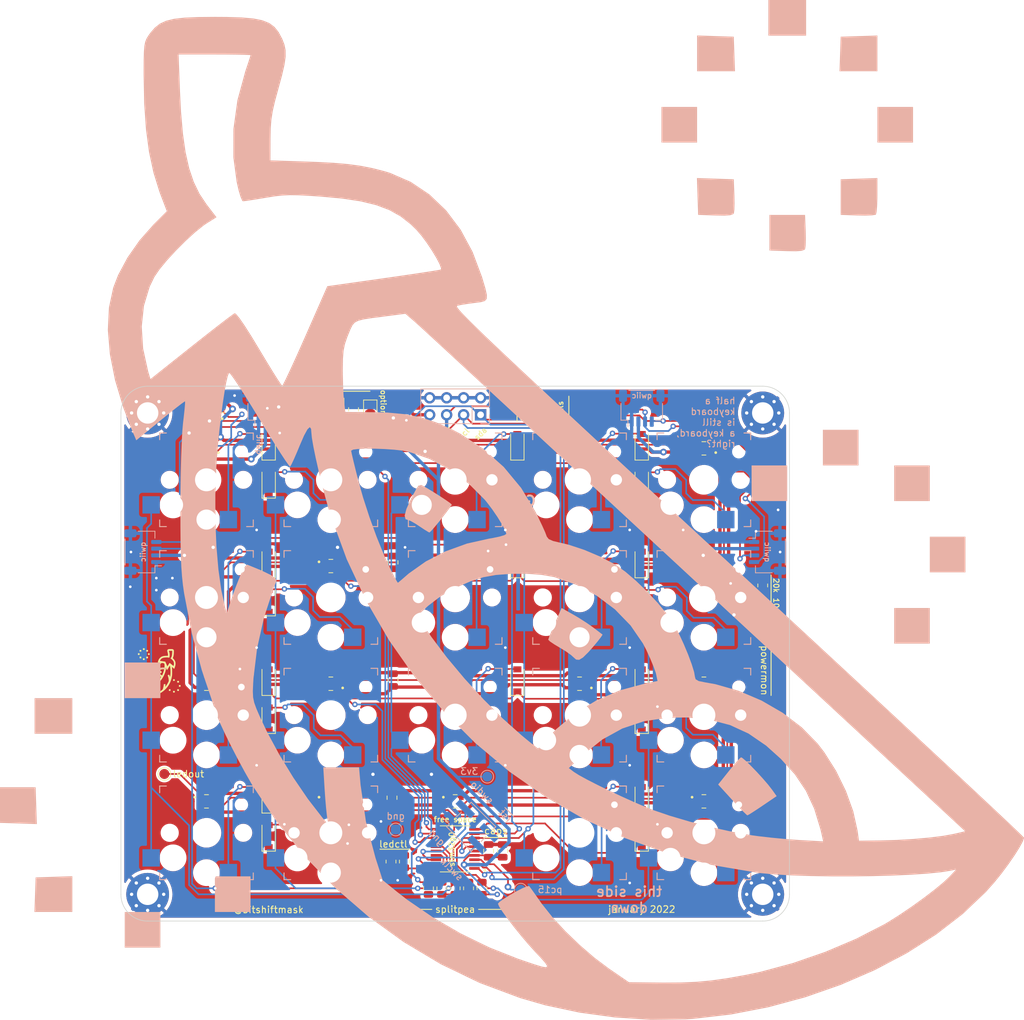
<source format=kicad_pcb>
(kicad_pcb (version 20211014) (generator pcbnew)
  (layers (0 "F.Cu" signal) (31 "B.Cu" signal) (34 "B.Paste" user) (35 "F.Paste" user) (36 "B.SilkS" user "B.Silkscreen") (37 "F.SilkS" user "F.Silkscreen") (38 "B.Mask" user) (39 "F.Mask" user) (44 "Edge.Cuts" user))
  (net 0 "")
  (net 1 "+3V3")
  (net 2 "GND")
  (net 3 "Net-(C4-Pad1)")
  (net 4 "Net-(C5-Pad1)")
  (net 5 "/ROW1")
  (net 6 "Net-(D1-Pad2)")
  (net 7 "/ROW2")
  (net 8 "Net-(D2-Pad2)")
  (net 9 "/ROW3")
  (net 10 "Net-(D3-Pad2)")
  (net 11 "/ROW4")
  (net 12 "Net-(D4-Pad2)")
  (net 13 "Net-(D5-Pad2)")
  (net 14 "Net-(D6-Pad2)")
  (net 15 "Net-(D7-Pad2)")
  (net 16 "Net-(D8-Pad2)")
  (net 17 "Net-(D9-Pad2)")
  (net 18 "Net-(D10-Pad2)")
  (net 19 "Net-(D11-Pad2)")
  (net 20 "Net-(D12-Pad2)")
  (net 21 "Net-(D13-Pad2)")
  (net 22 "Net-(D14-Pad2)")
  (net 23 "Net-(D15-Pad2)")
  (net 24 "Net-(D16-Pad2)")
  (net 25 "Net-(D17-Pad2)")
  (net 26 "Net-(D18-Pad2)")
  (net 27 "Net-(D19-Pad2)")
  (net 28 "/I2C1-SDA")
  (net 29 "/I2C1-SCL")
  (net 30 "/VMAX")
  (net 31 "Net-(Q1-Pad1)")
  (net 32 "/smartled-gnd")
  (net 33 "/smartled-power-sw")
  (net 34 "/COL1")
  (net 35 "/COL2")
  (net 36 "/COL3")
  (net 37 "/COL4")
  (net 38 "/COL5")
  (net 39 "/~{RST}")
  (net 40 "/SWDIO")
  (net 41 "/SWCLK")
  (net 42 "Net-(U3-Pad1)")
  (net 43 "/smartled")
  (net 44 "Net-(U4-Pad1)")
  (net 45 "Net-(U4-Pad3)")
  (net 46 "Net-(U5-Pad1)")
  (net 47 "Net-(U10-Pad1)")
  (net 48 "Net-(U11-Pad3)")
  (net 49 "Net-(U12-Pad1)")
  (net 50 "Net-(U13-Pad3)")
  (net 51 "Net-(U10-Pad3)")
  (net 52 "Net-(U11-Pad1)")
  (net 53 "Net-(U12-Pad3)")
  (net 54 "Net-(U13-Pad1)")
  (net 55 "Net-(U14-Pad3)")
  (net 56 "Net-(U15-Pad1)")
  (net 57 "Net-(U16-Pad3)")
  (net 58 "Net-(U17-Pad1)")
  (net 59 "Net-(U18-Pad3)")
  (net 60 "Net-(U19-Pad1)")
  (net 61 "Net-(U21-Pad1)")
  (net 62 "/vmax-adc")
  (net 63 "Net-(U6-Pad1)")
  (net 64 "Net-(U1-Pad3)")
  (footprint "Capacitor_SMD:C_0805_2012Metric" (layer "F.Cu") (at 117.1 119.5 90)
    (fp_text reference "C1" hide)
    (fp_text value "10uF")
  )
  (footprint "Capacitor_SMD:C_0805_2012Metric" (layer "F.Cu") (at 156 83.4 -90)
    (fp_text reference "C3" hide)
    (fp_text value "0.1uF")
  )
  (footprint "Capacitor_SMD:C_0805_2012Metric" (layer "F.Cu") (at 100.7 76.35 -90)
    (fp_text reference "C8" hide)
    (fp_text value "1uF")
  )
  (footprint "keyswitches:PG1350_socket" (layer "F.Cu") (at 147.2 99.2)
    (fp_text reference "SW18" hide)
    (fp_text value "SW_SPST")
  )
  (footprint "import:LED_WS2812-2020" (layer "F.Cu") (at 147.2 76.9)
    (fp_text reference "U20" hide)
    (fp_text value "WS2812-2020-micro")
  )
  (footprint "import:LED_WS2812-2020" (layer "F.Cu") (at 91.4 59.3 180)
    (fp_text reference "U7" hide)
    (fp_text value "WS2812-2020-micro")
  )
  (footprint "MountingHole:MountingHole_3.2mm_M3_Pad_Via" (layer "F.Cu") (at 64 54)
    (fp_text reference "H1" hide)
    (fp_text value "MountingHole_Pad")
  )
  (footprint "LOGO" (layer "F.Cu") (at 65.3 92.7)
    (fp_text reference "G***" hide)
    (fp_text value "LOGO" hide)
  )
  (footprint "keyswitches:PG1350_socket" (layer "F.Cu") (at 128.6 116.8)
    (fp_text reference "SW15" hide)
    (fp_text value "SW_SPST")
  )
  (footprint "import:LED_WS2812-2020" (layer "F.Cu") (at 128.6 59.3 180)
    (fp_text reference "U15" hide)
    (fp_text value "WS2812-2020-micro")
  )
  (footprint "TestPoint:TestPoint_Pad_D1.5mm" (layer "F.Cu") (at 66.5 108)
    (fp_text reference "TP2" hide)
    (fp_text value "TestPoint")
  )
  (footprint "Diode_SMD:D_SOD-123" (layer "F.Cu") (at 82.1 76.4 90)
    (fp_text reference "D2" hide)
    (fp_text value "D")
  )
  (footprint "Resistor_SMD:R_0805_2012Metric" (layer "F.Cu") (at 122 53.4625 90)
    (fp_text reference "R10" hide)
    (fp_text value "10K")
  )
  (footprint "keyswitches:PG1350_socket" (layer "F.Cu") (at 128.6 99.2)
    (fp_text reference "SW14" hide)
    (fp_text value "SW_SPST")
  )
  (footprint "Resistor_SMD:R_0805_2012Metric" (layer "F.Cu") (at 156 86.9125 90)
    (fp_text reference "R2" hide)
    (fp_text value "30K")
  )
  (footprint "import:LED_WS2812-2020" (layer "F.Cu") (at 128.6 76.9)
    (fp_text reference "U16" hide)
    (fp_text value "WS2812-2020-micro")
  )
  (footprint "Jumper:SolderJumper-2_P1.3mm_Open_TrianglePad1.0x1.5mm" (layer "F.Cu") (at 97.3 53.4625 90)
    (fp_text reference "JP3" hide)
    (fp_text value "SolderJumper_2_Open")
  )
  (footprint "Package_TO_SOT_SMD:SOT-23" (layer "F.Cu") (at 91.8 53.4625 -90)
    (fp_text reference "U2" hide)
    (fp_text value "XC6206PxxxMR")
  )
  (footprint "Resistor_SMD:R_0805_2012Metric" (layer "F.Cu") (at 108 125.1 90)
    (fp_text reference "R6" hide)
    (fp_text value "10K")
  )
  (footprint "Package_TO_SOT_SMD:SOT-23" (layer "F.Cu") (at 73.9375 52.4 180)
    (fp_text reference "Q1" hide)
    (fp_text value "AO3400A")
  )
  (footprint "import:LED_WS2812-2020" (layer "F.Cu") (at 128.6 112.1)
    (fp_text reference "U18" hide)
    (fp_text value "WS2812-2020-micro")
  )
  (footprint "import:LED_WS2812-2020" (layer "F.Cu") (at 110 112.1)
    (fp_text reference "U14" hide)
    (fp_text value "WS2812-2020-micro")
  )
  (footprint "Resistor_SMD:R_0805_2012Metric" (layer "F.Cu") (at 110 125.1 90)
    (fp_text reference "R5" hide)
    (fp_text value "10K")
  )
  (footprint "keyswitches:PG1350_socket" (layer "F.Cu") (at 91.4 64)
    (fp_text reference "SW5" hide)
    (fp_text value "SW_SPST")
  )
  (footprint "Diode_SMD:D_SOD-123" (layer "F.Cu") (at 137.9 94 90)
    (fp_text reference "D14" hide)
    (fp_text value "D")
  )
  (footprint "Diode_SMD:D_SOD-123" (layer "F.Cu") (at 137.9 117.3 90)
    (fp_text reference "D19" hide)
    (fp_text value "D")
  )
  (footprint "import:LED_WS2812-2020" (layer "F.Cu") (at 72.8 76.9)
    (fp_text reference "U4" hide)
    (fp_text value "WS2812-2020-micro")
  )
  (footprint "keyswitches:PG1350_socket" (layer "F.Cu") (at 72.8 116.8)
    (fp_text reference "SW4" hide)
    (fp_text value "SW_SPST")
  )
  (footprint "import:LED_WS2812-2020" (layer "F.Cu") (at 91.4 76.9)
    (fp_text reference "U8" hide)
    (fp_text value "WS2812-2020-micro")
  )
  (footprint "import:LED_WS2812-2020" (layer "F.Cu") (at 110 94.5 180)
    (fp_text reference "U13" hide)
    (fp_text value "WS2812-2020-micro")
  )
  (footprint "Resistor_SMD:R_0805_2012Metric" (layer "F.Cu") (at 102.4 121.1 90)
    (fp_text reference "R3" hide)
    (fp_text value "Rg")
  )
  (footprint "Diode_SMD:D_SOD-123" (layer "F.Cu") (at 82.1 94 90)
    (fp_text reference "D3" hide)
    (fp_text value "D")
  )
  (footprint "keyswitches:PG1350_socket" (layer "F.Cu") (at 91.4 81.6)
    (fp_text reference "SW6" hide)
    (fp_text value "SW_SPST")
  )
  (footprint "import:LED_WS2812-2020" (layer "F.Cu") (at 147.2 59.3 180)
    (fp_text reference "U19" hide)
    (fp_text value "WS2812-2020-micro")
  )
  (footprint "keyswitches:PG1350_socket" (layer "F.Cu") (at 147.2 116.8)
    (fp_text reference "SW19" hide)
    (fp_text value "SW_SPST")
  )
  (footprint "Resistor_SMD:R_0805_2012Metric" (layer "F.Cu") (at 156 79.8 -90)
    (fp_text reference "R1" hide)
    (fp_text value "20K")
  )
  (footprint "import:LED_WS2812-2020" (layer "F.Cu") (at 128.6 94.5 180)
    (fp_text reference "U17" hide)
    (fp_text value "WS2812-2020-micro")
  )
  (footprint "Diode_SMD:D_SOD-123" (layer "F.Cu") (at 82.1 82.1 90)
    (fp_text reference "D6" hide)
    (fp_text value "D")
  )
  (footprint "keyswitches:PG1350_socket" (layer "F.Cu") (at 147.2 81.6)
    (fp_text reference "SW17" hide)
    (fp_text value "SW_SPST")
  )
  (footprint "Diode_SMD:D_SOD-123" (layer "F.Cu") (at 137.9 82.1 90)
    (fp_text reference "D17" hide)
    (fp_text value "D")
  )
  (footprint "import:LED_WS2812-2020" (layer "F.Cu") (at 72.8 94.5 180)
    (fp_text reference "U5" hide)
    (fp_text value "WS2812-2020-micro")
  )
  (footprint "Capacitor_SMD:C_0805_2012Metric" (layer "F.Cu") (at 100.7 58.65 90)
    (fp_text reference "C6" hide)
    (fp_text value "1uF")
  )
  (footprint "import:LED_WS2812-2020" (layer "F.Cu") (at 110 76.9)
    (fp_text reference "U12" hide)
    (fp_text value "WS2812-2020-micro")
  )
  (footprint "import:LED_WS2812-2020" (layer "F.Cu") (at 147.2 112.1)
    (fp_text reference "U22" hide)
    (fp_text value "WS2812-2020-micro")
  )
  (footprint "keyswitches:PG1350_socket" (layer "F.Cu") (at 147.2 64)
    (fp_text reference "SW16" hide)
    (fp_text value "SW_SPST")
  )
  (footprint "keyswitches:PG1350_socket" (layer "F.Cu") (at 110 99.2)
    (fp_text reference "SW11" hide)
    (fp_text value "SW_SPST")
  )
  (footprint "MountingHole:MountingHole_3.2mm_M3_Pad_Via" (layer "F.Cu") (at 64 126)
    (fp_text reference "H3" hide)
    (fp_text value "MountingHole_Pad")
  )
  (footprint "Diode_SMD:D_SOD-123" (layer "F.Cu") (at 82.1 58.8 90)
    (fp_text reference "D1" hide)
    (fp_text value "D")
  )
  (footprint "keyswitches:PG1350_socket" (layer "F.Cu") (at 72.8 64)
    (fp_text reference "SW1" hide)
    (fp_text value "SW_SPST")
  )
  (footprint "import:LED_WS2812-2020" (layer "F.Cu") (at 72.8 59.3 180)
    (fp_text reference "U3" hide)
    (fp_text value "WS2812-2020-micro")
  )
  (footprint "Resistor_SMD:R_0805_2012Metric" (layer "F.Cu") (at 106 125.1 90)
    (fp_text reference "R7" hide)
    (fp_text value "10K")
  )
  (footprint "import:LED_WS2812-2020" (layer "F.Cu") (at 91.4 112.1)
    (fp_text reference "U10" hide)
    (fp_text value "WS2812-2020-micro")
  )
  (footprint "Jumper:SolderJumper-2_P1.3mm_Open_TrianglePad1.0x1.5mm" (layer "F.Cu") (at 86.3 53.4625 -90)
    (fp_text reference "JP5" hide)
    (fp_text value "SolderJumper_2_Open")
  )
  (footprint "Capacitor_SMD:C_0805_2012Metric" (layer "F.Cu") (at 115 119.5 90)
    (fp_text reference "C2" hide)
    (fp_text value "0.1uF")
  )
  (footprint "Diode_SMD:D_SOD-123" (layer "F.Cu") (at 137.9 58.8 90)
    (fp_text reference "D12" hide)
    (fp_text value "D")
  )
  (footprint "Diode_SMD:D_SOD-123" (layer "F.Cu") (at 119.3 94 90)
    (fp_text reference "D11" hide)
    (fp_text value "D")
  )
  (footprint "import:LED_WS2812-2020" (layer "F.Cu") (at 72.8 112.1)
    (fp_text reference "U6" hide)
    (fp_text value "WS2812-2020-micro")
  )
  (footprint "keyswitches:PG1350_socket" (layer "F.Cu") (at 128.6 64)
    (fp_text reference "SW12" hide)
    (fp_text value "SW_SPST")
  )
  (footprint "Resistor_SMD:R_0805_2012Metric" (layer "F.Cu") (at 114 125.1 90)
    (fp_text reference "R9" hide)
    (fp_text value "10K")
  )
  (footprint "MountingHole:MountingHole_3.2mm_M3_Pad_Via" (layer "F.Cu") (at 156 126)
    (fp_text reference "H4" hide)
    (fp_text value "MountingHole_Pad")
  )
  (footprint "Diode_SMD:D_SOD-123" (layer "F.Cu") (at 137.9 64.5 90)
    (fp_text reference "D16" hide)
    (fp_text value "D")
  )
  (footprint "import:LED_WS2812-2020" (layer "F.Cu") (at 147.2 94.5 180)
    (fp_text reference "U21" hide)
    (fp_text value "WS2812-2020-micro")
  )
  (footprint "keyswitches:PG1350_socket" (layer "F.Cu") (at 128.6 81.6)
    (fp_text reference "SW13" hide)
    (fp_text value "SW_SPST")
  )
  (footprint "Capacitor_SMD:C_0805_2012Metric" (layer "F.Cu") (at 94.8 53.4625 90)
    (fp_text reference "C4" hide)
    (fp_text value "1uF")
  )
  (footprint "keyswitches:PG1350_socket" (layer "F.Cu") (at 110 64)
    (fp_text reference "SW9" hide)
    (fp_text value "SW_SPST")
  )
  (footprint "Diode_SMD:D_SOD-123" (layer "F.Cu") (at 82.1 111.6 90)
    (fp_text reference "D4" hide)
    (fp_text value "D")
  )
  (footprint "Diode_SMD:D_SOD-123" (layer "F.Cu") (at 119.3 76.4 90)
    (fp_text reference "D10" hide)
    (fp_text value "D")
  )
  (footprint "Resistor_SMD:R_0805_2012Metric" (layer "F.Cu") (at 100.4 121.1 90)
    (fp_text reference "R4" hide)
    (fp_text value "Rgs")
  )
  (footprint "import:LED_WS2812-2020" (layer "F.Cu") (at 91.4 94.5 180)
    (fp_text reference "U9" hide)
    (fp_text value "WS2812-2020-micro")
  )
  (footprint "import:LED_WS2812-2020" (layer "F.Cu") (at 110 59.3 180)
    (fp_text reference "U11" hide)
    (fp_text value "WS2812-2020-micro")
  )
  (footprint "import:SOIC65P640X120-20N" (layer "F.Cu") (at 110 119.2 180)
    (fp_text reference "U1" hide)
    (fp_text value "stm32g03x")
  )
  (footprint "Resistor_SMD:R_0805_2012Metric" (layer "F.Cu") (at 124.1 53.4625 90)
    (fp_text reference "R11" hide)
    (fp_text value "10K")
  )
  (footprint "Capacitor_SMD:C_0805_2012Metric" (layer "F.Cu") (at 88.8 53.4625 -90)
    (fp_text reference "C5" hide)
    (fp_text value "1uF")
  )
  (footprint "Diode_SMD:D_SOD-123" (layer "F.Cu") (at 119.3 58.8 90)
    (fp_text reference "D9" hide)
    (fp_text value "D")
  )
  (footprint "MountingHole:MountingHole_3.2mm_M3_Pad_Via" (layer "F.Cu") (at 156 54)
    (fp_text reference "H2" hide)
    (fp_text value "MountingHole_Pad")
  )
  (footprint "Diode_SMD:D_SOD-123" (layer "F.Cu") (at 137.9 111.6 90)
    (fp_text reference "D15" hide)
    (fp_text value "D")
  )
  (footprint "keyswitches:PG1350_socket" (layer "F.Cu") (at 72.8 81.6)
    (fp_text reference "SW2" hide)
    (fp_text value "SW_SPST")
  )
  (footprint "Diode_SMD:D_SOD-123" (layer "F.Cu") (at 82.1 64.5 90)
    (fp_text reference "D5" hide)
    (fp_text value "D")
  )
  (footprint "Capacitor_SMD:C_0805_2012Metric" (layer "F.Cu") (at 100.55 111.55 -90)
    (fp_text reference "C12" hide)
    (fp_text value "1uF")
  )
  (footprint "keyswitches:PG1350_socket" (layer "F.Cu") (at 91.4 116.8)
    (fp_text reference "SW8" hide)
    (fp_text value "SW_SPST")
  )
  (footprint "Diode_SMD:D_SOD-123" (layer "F.Cu") (at 137.9 76.4 90)
    (fp_text reference "D13" hide)
    (fp_text value "D")
  )
  (footprint "keyswitches:PG1350_socket" (layer "F.Cu") (at 72.8 99.2)
    (fp_text reference "SW3" hide)
    (fp_text value "SW_SPST")
  )
  (footprint "Capacitor_SMD:C_0805_2012Metric" (layer "F.Cu") (at 100.7 93.95 90)
    (fp_text reference "C10" hide)
    (fp_text value "1uF")
  )
  (footprint "keyswitches:PG1350_socket" (layer "F.Cu") (at 110 81.6)
    (fp_text reference "SW10" hide)
    (fp_text value "SW_SPST")
  )
  (footprint "Diode_SMD:D_SOD-123" (layer "F.Cu") (at 82.1 117.3 90)
    (fp_text reference "D8" hide)
    (fp_text value "D")
  )
  (footprint "Diode_SMD:D_SOD-123" (layer "F.Cu") (at 137.9 99.7 90)
    (fp_text reference "D18" hide)
    (fp_text value "D")
  )
  (footprint "Resistor_SMD:R_0805_2012Metric" (layer "F.Cu") (at 112 125.1 90)
    (fp_text reference "R8" hide)
    (fp_text value "10K")
  )
  (footprint "keyswitches:PG1350_socket" (layer "F.Cu") (at 91.4 99.2)
    (fp_text reference "SW7" hide)
    (fp_text value "SW_SPST")
  )
  (footprint "Diode_SMD:D_SOD-123" (layer "F.Cu") (at 82.1 99.7 90)
    (fp_text reference "D7" hide)
    (fp_text value "D")
  )
  (footprint "Connector_JST:JST_SH_SM04B-SRSS-TB_1x04-1MP_P1.00mm_Horizontal" (layer "B.Cu") (at 156.7 74.8 -90)
    (fp_text reference "J7" hide)
    (fp_text value "Conn_01x04_MountingPin")
  )
  (footprint "TestPoint:TestPoint_Pad_D1.5mm" (layer "B.Cu") (at 101.1 116.3 180)
    (fp_text reference "TP4" hide)
    (fp_text value "TestPoint")
  )
  (footprint "Connector_JST:JST_SH_SM04B-SRSS-TB_1x04-1MP_P1.00mm_Horizontal" (layer "B.Cu") (at 63.3 74.8 90)
    (fp_text reference "J1" hide)
    (fp_text value "Conn_01x04_MountingPin")
  )
  (footprint "TestPoint:TestPoint_Pad_D1.5mm" (layer "B.Cu") (at 119.8 125.3 180)
    (fp_text reference "TP3" hide)
    (fp_text value "TestPoint")
  )
  (footprint "LOGO" (layer "B.Cu") (at 119.527107 67.179574 180)
    (fp_text reference "G***")
    (fp_text value "LOGO" hide)
  )
  (footprint "Connector_JST:JST_SH_SM04B-SRSS-TB_1x04-1MP_P1.00mm_Horizontal" (layer "B.Cu") (at 82.1 53.3)
    (fp_text reference "J4" hide)
    (fp_text value "Conn_01x04_MountingPin")
  )
  (footprint "Connector_PinHeader_2.54mm:PinHeader_2x04_P2.54mm_Vertical" (layer "B.Cu") (at 113.8 54.275 90)
    (fp_text reference "J2" hide)
    (fp_text value "Conn_02x04_Odd_Even")
  )
  (footprint "Connector_PinHeader_2.54mm:PinHeader_2x02_P2.54mm_Vertical_SMD" (layer "B.Cu") (at 112.4 115.9 -45)
    (fp_text reference "J3" hide)
    (fp_text value "Conn_02x02_Odd_Even")
  )
  (footprint "Connector_JST:JST_SH_SM04B-SRSS-TB_1x04-1MP_P1.00mm_Horizontal" (layer "B.Cu") (at 137.9 53.3)
    (fp_text reference "J8" hide)
    (fp_text value "Conn_01x04_MountingPin")
  )
  (footprint "TestPoint:TestPoint_Pad_D1.5mm" (layer "B.Cu") (at 114.8 108.4 180)
    (fp_text reference "TP1" hide)
    (fp_text value "TestPoint")
  )
  (gr_line (start 93.5 56.5) (end 93.25 56.25) (layer "F.SilkS") (width 0.15))
  (gr_line (start 75 54.75) (end 75.25 55) (layer "F.SilkS") (width 0.15))
  (gr_line (start 88.75 56.5) (end 88.5 56.25) (layer "F.SilkS") (width 0.15))
  (gr_line (start 75.25 54.75) (end 75 54.75) (layer "F.SilkS") (width 0.15))
  (gr_line (start 119.25 55.25) (end 119.25 51.5) (layer "F.SilkS") (width 0.15))
  (gr_line (start 88.5 56.25) (end 88.75 56) (layer "F.SilkS") (width 0.15))
  (gr_line (start 90.25 56.25) (end 88.5 56.25) (layer "F.SilkS") (width 0.15))
  (gr_line (start 95 56.25) (end 93.25 56.25) (layer "F.SilkS") (width 0.15))
  (gr_line (start 75.25 54.75) (end 75.25 55) (layer "F.SilkS") (width 0.15))
  (gr_line (start 98.75 119.25) (end 103.25 119.25) (layer "F.SilkS") (width 0.15))
  (gr_line (start 93.25 56.25) (end 93.5 56) (layer "F.SilkS") (width 0.15))
  (gr_line (start 74.5 55.5) (end 75.25 54.75) (layer "F.SilkS") (width 0.15))
  (gr_line (start 93.5 56) (end 93.5 56.5) (layer "F.SilkS") (width 0.15))
  (gr_line (start 114.25 117.5) (end 117.75 117.5) (layer "F.SilkS") (width 0.15))
  (gr_line (start 113.5 128.25) (end 121 128.25) (layer "F.SilkS") (width 0.15))
  (gr_line (start 71.5 50.75) (end 71.5 54.5) (layer "F.SilkS") (width 0.15))
  (gr_line (start 88.75 56) (end 88.75 56.5) (layer "F.SilkS") (width 0.15))
  (gr_line (start 106.5 128.25) (end 99 128.25) (layer "F.SilkS") (width 0.15))
  (gr_line (start 157.25 78.25) (end 157.25 96.25) (layer "F.SilkS") (width 0.15))
  (gr_line (start 127 55.25) (end 127 51.5) (layer "F.SilkS") (width 0.15))
  (gr_line (start 97.25 50.75) (end 86.25 50.75) (layer "F.SilkS") (width 0.15))
  (gr_arc (start 64 130) (mid 61.171573 128.828427) (end 60 126) (layer "Edge.Cuts") (width 0.1))
  (gr_line (start 60 54) (end 60 126) (layer "Edge.Cuts") (width 0.1))
  (gr_line (start 64 130) (end 156 130) (layer "Edge.Cuts") (width 0.1))
  (gr_arc (start 160 126) (mid 158.828427 128.828427) (end 156 130) (layer "Edge.Cuts") (width 0.1))
  (gr_line (start 64 50) (end 156 50) (layer "Edge.Cuts") (width 0.1))
  (gr_line (start 160 54) (end 160 126) (layer "Edge.Cuts") (width 0.1))
  (gr_arc (start 156 50) (mid 158.828427 51.171573) (end 160 54) (layer "Edge.Cuts") (width 0.1))
  (gr_arc (start 60 54) (mid 61.171573 51.171573) (end 64 50) (layer "Edge.Cuts") (width 0.1))
  (gr_text "swdio" (at 114 110.75 315) (layer "B.SilkS") (effects (font (size 1 1)) (justify mirror)))
  (gr_text "qwiic" (at 137.9 51.4) (layer "B.SilkS") (effects (font (size 0.8 0.8)) (justify mirror)))
  (gr_text "qwiic" (at 80.7 58.7 270) (layer "B.SilkS") (effects (font (size 0.8 0.8)) (justify mirror)))
  (gr_text "~{rst}" (at 117.5 114.25 315) (layer "B.SilkS") (effects (font (size 1 1)) (justify mirror)))
  (gr_text "qwiic" (at 63.3 74.8 90) (layer "B.SilkS") (effects (font (size 0.8 0.8)) (justify mirror)))
  (gr_text "pc15" (at 124.2 125.3) (layer "B.SilkS") (effects (font (size 1 1)) (justify mirror)))
  (gr_text "half a\nkeyboard\nis still\na keyboard,\nright?" (at 152 55.4) (layer "B.SilkS") (effects (font (size 1 1)) (justify left mirror)))
  (gr_text "gnd" (at 107.25 117.5 315) (layer "B.SilkS") (effects (font (size 1 1)) (justify mirror)))
  (gr_text "gnd" (at 101.1 114.3) (layer "B.SilkS") (effects (font (size 1 1)) (justify mirror)))
  (gr_text "qwiic" (at 156.7 74.8 270) (layer "B.SilkS") (effects (font (size 0.8 0.8)) (justify mirror)))
  (gr_text "this side\ndown" (at 136 126.8) (layer "B.SilkS") (effects (font (size 1.5 1.5) (thickness 0.25)) (justify mirror)))
  (gr_text "swclk" (at 109.5 122.25 315) (layer "B.SilkS") (effects (font (size 1 1)) (justify mirror)))
  (gr_text "3v3" (at 112.1 107.6) (layer "B.SilkS") (effects (font (size 1 1)) (justify mirror)))
  (gr_text "sda" (at 113.8 57.1 45) (layer "F.SilkS") (effects (font (size 0.8 0.8))))
  (gr_text "ledout" (at 70.1 108) (layer "F.SilkS") (effects (font (size 1 1))))
  (gr_text "30k" (at 157.9 86.9 270) (layer "F.SilkS") (effects (font (size 0.8 0.8))))
  (gr_text "caps" (at 114.25 116.5) (layer "F.SilkS") (effects (font (size 1 1)) (justify left)))
  (gr_text "3v3" (at 108.7 57.1 45) (layer "F.SilkS") (effects (font (size 0.8 0.8))))
  (gr_text "free space" (at 110 114.8) (layer "F.SilkS") (effects (font (size 0.8 0.8))))
  (gr_text "ledctl" (at 100.75 118.5) (layer "F.SilkS") (effects (font (size 1 1))))
  (gr_text "splitpea" (at 110 128.25) (layer "F.SilkS") (effects (font (size 1 1))))
  (gr_text "100nf" (at 158 83.4 270) (layer "F.SilkS") (effects (font (size 0.8 0.8))))
  (gr_text "stm32g0" (at 109.5 119.25 90) (layer "F.SilkS") (effects (font (size 0.8 0.8))))
  (gr_text "pulls" (at 125.75 55.25 90) (layer "F.SilkS") (effects (font (size 0.8 0.8)) (justify left)))
  (gr_text "ldo" (at 91.75 56.25) (layer "F.SilkS") (effects (font (size 1 1))))
  (gr_text "3v3" (at 86.25 56.25) (layer "F.SilkS") (effects (font (size 1 1))))
  (gr_text "january 2022" (at 137.9 128.25) (layer "F.SilkS") (effects (font (size 1 1))))
  (gr_text "20k" (at 158 79.8 270) (layer "F.SilkS") (effects (font (size 0.8 0.8))))
  (gr_text "vmax" (at 97.25 56.25) (layer "F.SilkS") (effects (font (size 1 1))))
  (gr_text "@bitshiftmask" (at 82.1 128.3) (layer "F.SilkS") (effects (font (size 1 1))))
  (gr_text "scl" (at 111.3 57.1 45) (layer "F.SilkS") (effects (font (size 0.8 0.8))))
  (gr_text "powermon" (at 156.25 92.5 270) (layer "F.SilkS") (effects (font (size 1 1))))
  (gr_text "optional" (at 99.25 53 270) (layer "F.SilkS") (effects (font (size 0.8 0.8))))
  (gr_text "vmax" (at 106.2 57.1 45) (layer "F.SilkS") (effects (font (size 0.8 0.8))))
  (gr_text "i2c" (at 120.25 55.25 90) (layer "F.SilkS") (effects (font (size 0.8 0.8)) (justify left)))
  (gr_text "ledctl" (at 70.25 50.5 90) (layer "F.SilkS") (effects (font (size 1 1)) (justify right)))
  (segment (start 112.098069 120.175) (end 112.88 120.175) (width 0.25) (layer "F.Cu") (net 1))
  (segment (start 109.995 53) (end 108.72 54.275) (width 0.25) (layer "F.Cu") (net 1))
  (segment (start 111.33301 121.56699) (end 111.33301 120.940059) (width 0.25) (layer "F.Cu") (net 1))
  (segment (start 116.287701 126.012299) (end 116.2875 126.0125) (width 0.25) (layer "F.Cu") (net 1))
  (segment (start 124.1 52.55) (end 122 52.55) (width 0.25) (layer "F.Cu") (net 1))
  (segment (start 122 52.55) (end 121.55 53) (width 0.25) (layer "F.Cu") (net 1))
  (segment (start 116.2875 126.0125) (end 114 126.0125) (width 0.25) (layer "F.Cu") (net 1))
  (segment (start 114.725 120.175) (end 115 120.45) (width 0.25) (layer "F.Cu") (net 1))
  (segment (start 84.6875 54.1875) (end 85.55 54.1875) (width 0.5) (layer "F.Cu") (net 1))
  (segment (start 106 126.0125) (end 114 126.0125) (width 0.25) (layer "F.Cu") (net 1))
  (segment (start 112.88 120.175) (end 114.725 120.175) (width 0.25) (layer "F.Cu") (net 1))
  (segment (start 83.6 53.1) (end 84.6875 54.1875) (width 0.5) (layer "F.Cu") (net 1))
  (segment (start 115 120.45) (end 117.1 120.45) (width 0.25) (layer "F.Cu") (net 1))
  (segment (start 111.33301 120.940059) (end 112.098069 120.175) (width 0.25) (layer "F.Cu") (net 1))
  (segment (start 121.55 53) (end 109.995 53) (width 0.25) (layer "F.Cu") (net 1))
  (via (at 83.6 53.1) (size 1) (drill 0.5) (layers "F.Cu" "B.Cu") (net 1))
  (via (at 111.33301 121.56699) (size 1) (drill 0.5) (layers "F.Cu" "B.Cu") (net 1))
  (via (at 116.287701 126.012299) (size 0.8) (drill 0.4) (layers "F.Cu" "B.Cu") (net 1))
  (segment (start 110.2 108.4) (end 109.45 107.65) (width 0.25) (layer "B.Cu") (net 1))
  (segment (start 107.5 64.75) (end 107.5 105.7) (width 0.5) (layer "B.Cu") (net 1))
  (segment (start 109.45 107.65) (end 118.05 116.25) (width 0.5) (layer "B.Cu") (net 1))
  (segment (start 107.5 105.7) (end 109.45 107.65) (width 0.5) (layer "B.Cu") (net 1))
  (segment (start 83.6 53.1) (end 84.6875 54.1875) (width 0.5) (layer "B.Cu") (net 1))
  (segment (start 107.5 57.5) (end 107.5 64.75) (width 0.5) (layer "B.Cu") (net 1))
  (segment (start 111.33301 121.56699) (end 111.33301 122.08301) (width 0.25) (layer "B.Cu") (net 1))
  (segment (start 118.05 116.25) (end 118.05 118.2) (width 0.5) (layer "B.Cu") (net 1))
  (segment (start 108.72 56.28) (end 107.5 57.5) (width 0.5) (layer "B.Cu") (net 1))
  (segment (start 118.05 118.2) (end 114.68301 121.56699) (width 0.5) (layer "B.Cu") (net 1))
  (segment (start 108.72 54.275) (end 108.72 56.28) (width 0.5) (layer "B.Cu") (net 1))
  (segment (start 97.6875 54.1875) (end 107.5 64) (width 0.5) (layer "B.Cu") (net 1))
  (segment (start 114.68301 121.56699) (end 111.33301 121.56699) (width 0.5) (layer "B.Cu") (net 1))
  (segment (start 84.6875 54.1875) (end 97.6875 54.1875) (width 0.5) (layer "B.Cu") (net 1))
  (segment (start 114.8 108.4) (end 110.2 108.4) (width 0.25) (layer "B.Cu") (net 1))
  (segment (start 107.5 64) (end 107.5 64.75) (width 0.5) (layer "B.Cu") (net 1))
  (segment (start 111.33301 122.08301) (end 115.262299 126.012299) (width 0.25) (layer "B.Cu") (net 1))
  (segment (start 115.262299 126.012299) (end 116.287701 126.012299) (width 0.25) (layer "B.Cu") (net 1))
  (segment (start 88.8 55.2) (end 88.8 54.4125) (width 0.5) (layer "F.Cu") (net 2))
  (segment (start 99.72404 55.77596) (end 89.37596 55.77596) (width 0.5) (layer "F.Cu") (net 2))
  (segment (start 114.025 119.525) (end 115 118.55) (width 0.25) (layer "F.Cu") (net 2))
  (segment (start 89.37596 55.77596) (end 88.8 55.2) (width 0.5) (layer "F.Cu") (net 2))
  (segment (start 112.88 119.525) (end 114.025 119.525) (width 0.25) (layer "F.Cu") (net 2))
  (segment (start 100.75 54.75) (end 99.72404 55.77596) (width 0.5) (layer "F.Cu") (net 2))
  (via (at 80.3 106.7) (size 0.8) (drill 0.4) (layers "F.Cu" "B.Cu") (net 2))
  (via (at 77 51.4) (size 0.8) (drill 0.4) (layers "F.Cu" "B.Cu") (net 2))
  (via (at 117.5 71.5) (size 0.8) (drill 0.4) (layers "F.Cu" "B.Cu") (net 2))
  (via (at 93.9 118.4) (size 0.8) (drill 0.4) (layers "F.Cu" "B.Cu") (net 2))
  (via (at 94.1 115.6) (size 0.8) (drill 0.4) (layers "F.Cu" "B.Cu") (net 2))
  (via (at 98.9 123.9) (size 0.8) (drill 0.4) (layers "F.Cu" "B.Cu") (net 2))
  (via (at 102.5 74.1) (size 0.8) (drill 0.4) (layers "F.Cu" "B.Cu") (net 2))
  (via (at 136.1 71.5) (size 0.8) (drill 0.4) (layers "F.Cu" "B.Cu") (net 2))
  (via (at 106.45 108.05) (size 1) (drill 0.5) (layers "F.Cu" "B.Cu") (net 2))
  (via (at 151.7 84.2) (size 1) (drill 0.5) (layers "F.Cu" "B.Cu") (net 2))
  (via (at 136.1 89.1) (size 0.8) (drill 0.4) (layers "F.Cu" "B.Cu") (net 2))
  (via (at 65.3 78.7) (size 0.8) (drill 0.4) (layers "F.Cu" "B.Cu") (net 2))
  (via (at 73.8 74.1) (size 1) (drill 0.5) (layers "F.Cu" "B.Cu") (net 2))
  (via (at 97.7 108.05) (size 1) (drill 0.5) (layers "F.Cu" "B.Cu") (net 2))
  (via (at 136.1 124.3) (size 0.8) (drill 0.4) (layers "F.Cu" "B.Cu") (net 2))
  (via (at 155 71.7) (size 0.8) (drill 0.4) (layers "F.Cu" "B.Cu") (net 2))
  (via (at 117.5 106.7) (size 0.8) (drill 0.4) (layers "F.Cu" "B.Cu") (net 2))
  (via (at 80.3 71.5) (size 0.8) (drill 0.4) (layers "F.Cu" "B.Cu") (net 2))
  (via (at 67.7 78.7) (size 0.8) (drill 0.4) (layers "F.Cu" "B.Cu") (net 2))
  (via (at 98.9 115.1) (size 0.8) (drill 0.4) (layers "F.Cu" "B.Cu") (net 2))
  (via (at 101.4 123.9) (size 0.8) (drill 0.4) (layers "F.Cu" "B.Cu") (net 2))
  (via (at 144.1 71.5) (size 0.8) (drill 0.4) (layers "F.Cu" "B.Cu") (net 2))
  (via (at 80.3 89.1) (size 0.8) (drill 0.4) (layers "F.Cu" "B.Cu") (net 2))
  (via (at 61.5 74.8) (size 0.8) (drill 0.4) (layers "F.Cu" "B.Cu") (net 2))
  (via (at 92.4 74.1) (size 1) (drill 0.5) (layers "F.Cu" "B.Cu") (net 2))
  (via (at 100.75 54.75) (size 1) (drill 0.5) (layers "F.Cu" "B.Cu") (net 2))
  (via (at 136.1 106.7) (size 0.8) (drill 0.4) (layers "F.Cu" "B.Cu") (net 2))
  (via (at 117.5 89.1) (size 0.8) (drill 0.4) (layers "F.Cu" "B.Cu") (net 2))
  (via (at 61.4 80) (size 0.8) (drill 0.4) (layers "F.Cu" "B.Cu") (net 2))
  (via (at 65.3 80.5) (size 0.8) (drill 0.4) (layers "F.Cu" "B.Cu") (net 2))
  (via (at 158.6 74.8) (size 0.8) (drill 0.4) (layers "F.Cu" "B.Cu") (net 2))
  (via (at 158.3 68.5) (size 0.8) (drill 0.4) (layers "F.Cu" "B.Cu") (net 2))
  (segment (start 94.8 54.4125) (end 97.075 54.4125) (width 0.5) (layer "F.Cu") (net 3))
  (segment (start 94.7875 54.4) (end 94.8 54.4125) (width 0.5) (layer "F.Cu") (net 3))
  (segment (start 97.075 54.4125) (end 97.3 54.1875) (width 0.5) (layer "F.Cu") (net 3))
  (segment (start 91.8 54.4) (end 94.7875 54.4) (width 0.5) (layer "F.Cu") (net 3))
  (segment (start 88.8 52.5125) (end 86.525 52.5125) (width 0.5) (layer "F.Cu") (net 4))
  (segment (start 86.525 52.5125) (end 86.3 52.7375) (width 0.5) (layer "F.Cu") (net 4))
  (segment (start 88.8125 52.525) (end 88.8 52.5125) (width 0.5) (layer "F.Cu") (net 4))
  (segment (start 90.85 52.525) (end 88.8125 52.525) (width 0.5) (layer "F.Cu") (net 4))
  (segment (start 137.9 60.45) (end 136.85 61.5) (width 0.25) (layer "F.Cu") (net 5))
  (segment (start 118.3 61.5) (end 97 61.5) (width 0.25) (layer "F.Cu") (net 5))
  (segment (start 83.15 61.5) (end 82.1 60.45) (width 0.25) (layer "F.Cu") (net 5))
  (segment (start 105.7 115.9) (end 105.7 115.3) (width 0.25) (layer "F.Cu") (net 5))
  (segment (start 97.5 61.5) (end 99.5 63.5) (width 0.25) (layer "F.Cu") (net 5))
  (segment (start 81 65.2) (end 81 61.55) (width 0.25) (layer "F.Cu") (net 5))
  (segment (start 81 61.55) (end 82.1 60.45) (width 0.25) (layer "F.Cu") (net 5))
  (segment (start 119.3 60.5) (end 118.3 61.5) (width 0.25) (layer "F.Cu") (net 5))
  (segment (start 82.1 66.15) (end 81.95 66.15) (width 0.25) (layer "F.Cu") (net 5))
  (segment (start 136.85 61.5) (end 120.35 61.5) (width 0.25) (layer "F.Cu") (net 5))
  (segment (start 136.8 61.55) (end 137.9 60.45) (width 0.25) (layer "F.Cu") (net 5))
  (segment (start 119.3 60.45) (end 119.3 60.5) (width 0.25) (layer "F.Cu") (net 5))
  (segment (start 81.95 66.15) (end 81 65.2) (width 0.25) (layer "F.Cu") (net 5))
  (segment (start 107.12 116.275) (end 106.075 116.275) (width 0.25) (layer "F.Cu") (net 5))
  (segment (start 137.9 66.15) (end 136.8 65.05) (width 0.25) (layer "F.Cu") (net 5))
  (segment (start 97 61.5) (end 97.5 61.5) (width 0.25) (layer "F.Cu") (net 5))
  (segment (start 97 61.5) (end 83.15 61.5) (width 0.25) (layer "F.Cu") (net 5))
  (segment (start 106.075 116.275) (end 105.7 115.9) (width 0.25) (layer "F.Cu") (net 5))
  (segment (start 136.8 65.05) (end 136.8 61.55) (width 0.25) (layer "F.Cu") (net 5))
  (segment (start 120.35 61.5) (end 119.3 60.45) (width 0.25) (layer "F.Cu") (net 5))
  (via (at 105.7 115.3) (size 0.8) (drill 0.4) (layers "F.Cu" "B.Cu") (net 5))
  (via (at 99.5 63.5) (size 0.8) (drill 0.4) (layers "F.Cu" "B.Cu") (net 5))
  (segment (start 99.5 63.5) (end 100 64) (width 0.25) (layer "B.Cu") (net 5))
  (segment (start 100 105.5) (end 105.44952 110.949521) (width 0.25) (layer "B.Cu") (net 5))
  (segment (start 100 64) (end 100 105.5) (width 0.25) (layer "B.Cu") (net 5))
  (segment (start 105.44952 110.949521) (end 105.44952 115.04952) (width 0.25) (layer "B.Cu") (net 5))
  (segment (start 105.44952 115.04952) (end 105.7 115.3) (width 0.25) (layer "B.Cu") (net 5))
  (segment (start 77.85 57.15) (end 82.1 57.15) (width 0.25) (layer "F.Cu") (net 6))
  (segment (start 77.8 57.1) (end 77.85 57.15) (width 0.25) (layer "F.Cu") (net 6))
  (via (at 77.8 57.1) (size 0.8) (drill 0.4) (layers "F.Cu" "B.Cu") (net 6))
  (segment (start 76.075 69.95) (end 76.075 58.825) (width 0.25) (layer "B.Cu") (net 6))
  (segment (start 76.075 58.825) (end 77.8 57.1) (width 0.25) (layer "B.Cu") (net 6))
  (segment (start 94.2 79.9) (end 94.4 79.9) (width 0.25) (layer "F.Cu") (net 7))
  (segment (start 119.3 78.1) (end 118.3 79.1) (width 0.25) (layer "F.Cu") (net 7))
  (segment (start 104.975 116.925) (end 104.8 117.1) (width 0.25) (layer "F.Cu") (net 7))
  (segment (start 93.4 79.1) (end 94.2 79.9) (width 0.25) (layer "F.Cu") (net 7))
  (segment (start 81.1 79.05) (end 82.1 78.05) (width 0.25) (layer "F.Cu") (net 7))
  (segment (start 107.12 116.925) (end 104.975 116.925) (width 0.25) (layer "F.Cu") (net 7))
  (segment (start 118.3 79.1) (end 93.4 79.1) (width 0.25) (layer "F.Cu") (net 7))
  (segment (start 136.8 82.7) (end 136.8 79.2) (width 0.25) (layer "F.Cu") (net 7))
  (segment (start 93.4 79.1) (end 83.15 79.1) (width 0.25) (layer "F.Cu") (net 7))
  (segment (start 82.1 83.75) (end 81.1 82.75) (width 0.25) (layer "F.Cu") (net 7))
  (segment (start 120.35 79.15) (end 119.3 78.1) (width 0.25) (layer "F.Cu") (net 7))
  (segment (start 137.9 83.8) (end 136.8 82.7) (width 0.25) (layer "F.Cu") (net 7))
  (segment (start 136.85 79.15) (end 120.35 79.15) (width 0.25) (layer "F.Cu") (net 7))
  (segment (start 83.15 79.1) (end 82.1 78.05) (width 0.25) (layer "F.Cu") (net 7))
  (segment (start 81.1 82.75) (end 81.1 79.05) (width 0.25) (layer "F.Cu") (net 7))
  (segment (start 137.9 78.1) (end 136.85 79.15) (width 0.25) (layer "F.Cu") (net 7))
  (segment (start 119.3 78.1) (end 119.3 78.05) (width 0.25) (layer "F.Cu") (net 7))
  (via (at 94.4 79.9) (size 0.8) (drill 0.4) (layers "F.Cu" "B.Cu") (net 7))
  (via (at 104.8 117.1) (size 0.8) (drill 0.4) (layers "F.Cu" "B.Cu") (net 7))
  (segment (start 105 114.975386) (end 104.8 115.175386) (width 0.25) (layer "B.Cu") (net 7))
  (segment (start 105 111.135718) (end 105 114.975386) (width 0.25) (layer "B.Cu") (net 7))
  (segment (start 104.8 115.175386) (end 104.8 117.1) (width 0.25) (layer "B.Cu") (net 7))
  (segment (start 98.2 79.9) (end 99.55048 81.25048) (width 0.25) (layer "B.Cu") (net 7))
  (segment (start 94.4 79.9) (end 98.2 79.9) (width 0.25) (layer "B.Cu") (net 7))
  (segment (start 99.55048 81.25048) (end 99.55048 105.686197) (width 0.25) (layer "B.Cu") (net 7))
  (segment (start 99.55048 105.686197) (end 105 111.135718) (width 0.25) (layer "B.Cu") (net 7))
  (segment (start 77.85 74.75) (end 82.1 74.75) (width 0.25) (layer "F.Cu") (net 8))
  (segment (start 77.8 74.7) (end 77.85 74.75) (width 0.25) (layer "F.Cu") (net 8))
  (via (at 77.8 74.7) (size 0.8) (drill 0.4) (layers "F.Cu" "B.Cu") (net 8))
  (segment (start 76.075 87.55) (end 76.075 76.425) (width 0.25) (layer "B.Cu") (net 8))
  (segment (start 76.075 76.425) (end 77.8 74.7) (width 0.25) (layer "B.Cu") (net 8))
  (segment (start 136.8 96.75) (end 137.9 95.65) (width 0.25) (layer "F.Cu") (net 9))
  (segment (start 94.7 97.6) (end 95 97.6) (width 0.25) (layer "F.Cu") (net 9))
  (segment (start 93.8 96.7) (end 83.15 96.7) (width 0.25) (layer "F.Cu") (net 9))
  (segment (start 137.65 101.35) (end 136.8 100.5) (width 0.25) (layer "F.Cu") (net 9))
  (segment (start 136.8 100.5) (end 136.8 96.75) (width 0.25) (layer "F.Cu") (net 9))
  (segment (start 107.12 117.575) (end 105.425 117.575) (width 0.25) (layer "F.Cu") (net 9))
  (segment (start 137.9 101.35) (end 137.65 101.35) (width 0.25) (layer "F.Cu") (net 9))
  (segment (start 93.8 96.7) (end 94.7 97.6) (width 0.25) (layer "F.Cu") (net 9))
  (segment (start 82.1 101.35) (end 81 100.25) (width 0.25) (layer "F.Cu") (net 9))
  (segment (start 105.425 117.575) (end 104.8 118.2) (width 0.25) (layer "F.Cu") (net 9))
  (segment (start 120.4 96.75) (end 119.3 95.65) (width 0.25) (layer "F.Cu") (net 9))
  (segment (start 119.3 95.7) (end 118.3 96.7) (width 0.25) (layer "F.Cu") (net 9))
  (segment (start 83.15 96.7) (end 82.1 95.65) (width 0.25) (layer "F.Cu") (net 9))
  (segment (start 81 96.75) (end 82.1 95.65) (width 0.25) (layer "F.Cu") (net 9))
  (segment (start 136.8 96.75) (end 120.4 96.75) (width 0.25) (layer "F.Cu") (net 9))
  (segment (start 81 100.25) (end 81 96.75) (width 0.25) (layer "F.Cu") (net 9))
  (segment (start 104.8 118.2) (end 104 118.2) (width 0.25) (layer "F.Cu") (net 9))
  (segment (start 118.3 96.7) (end 93.8 96.7) (width 0.25) (layer "F.Cu") (net 9))
  (segment (start 119.3 95.65) (end 119.3 95.7) (width 0.25) (layer "F.Cu") (net 9))
  (via (at 104 118.2) (size 0.8) (drill 0.4) (layers "F.Cu" "B.Cu") (net 9))
  (via (at 95 97.6) (size 0.8) (drill 0.4) (layers "F.Cu" "B.Cu") (net 9))
  (segment (start 104.55048 111.321916) (end 104.55048 114.789188) (width 0.25) (layer "B.Cu") (net 9))
  (segment (start 98.1 97.6) (end 99.10096 98.60096) (width 0.25) (layer "B.Cu") (net 9))
  (segment (start 104 115.339668) (end 104 118.2) (width 0.25) (layer "B.Cu") (net 9))
  (segment (start 99.10096 105.872395) (end 104.55048 111.321916) (width 0.25) (layer "B.Cu") (net 9))
  (segment (start 104.55048 114.789188) (end 104 115.339668) (width 0.25) (layer "B.Cu") (net 9))
  (segment (start 95 97.6) (end 98.1 97.6) (width 0.25) (layer "B.Cu") (net 9))
  (segment (start 99.10096 98.60096) (end 99.10096 105.872395) (width 0.25) (layer "B.Cu") (net 9))
  (segment (start 77.85 92.35) (end 82.1 92.35) (width 0.25) (layer "F.Cu") (net 10))
  (segment (start 77.8 92.3) (end 77.85 92.35) (width 0.25) (layer "F.Cu") (net 10))
  (via (at 77.8 92.3) (size 0.8) (drill 0.4) (layers "F.Cu" "B.Cu") (net 10))
  (segment (start 76.075 105.15) (end 76.075 94.025) (width 0.25) (layer "B.Cu") (net 10))
  (segment (start 76.075 94.025) (end 77.8 92.3) (width 0.25) (layer "B.Cu") (net 10))
  (segment (start 108.9 113.4) (end 98.394994 113.4) (width 0.25) (layer "F.Cu") (net 11))
  (segment (start 136.8 114.35) (end 137.9 113.25) (width 0.25) (layer "F.Cu") (net 11))
  (segment (start 136.8 118) (end 136.8 114.35) (width 0.25) (layer "F.Cu") (net 11))
  (segment (start 98.394994 113.4) (end 97.520473 114.27452) (width 0.25) (layer "F.Cu") (net 11))
  (segment (start 136.8 114.35) (end 109.85 114.35) (width 0.25) (layer "F.Cu") (net 11))
  (segment (start 109.85 116.35) (end 109.85 114.35) (width 0.25) (layer "F.Cu") (net 11))
  (segment (start 107.975 118.225) (end 109.85 116.35) (width 0.25) (layer "F.Cu") (net 11))
  (segment (start 109.85 114.35) (end 108.9 113.4) (width 0.25) (layer "F.Cu") (net 11))
  (segment (start 97.520473 114.27452) (end 83.12452 114.27452) (width 0.25) (layer "F.Cu") (net 11))
  (segment (start 137.75 118.95) (end 136.8 118) (width 0.25) (layer "F.Cu") (net 11))
  (segment (start 83.12452 114.27452) (end 82.1 113.25) (width 0.25) (layer "F.Cu") (net 11))
  (segment (start 81 114.35) (end 82.1 113.25) (width 0.25) (layer "F.Cu") (net 11))
  (segment (start 107.12 118.225) (end 107.975 118.225) (width 0.25) (layer "F.Cu") (net 11))
  (segment (start 137.9 118.95) (end 137.75 118.95) (width 0.25) (layer "F.Cu") (net 11))
  (segment (start 81 118.2) (end 81 114.35) (width 0.25) (layer "F.Cu") (net 11))
  (segment (start 82.1 118.95) (end 81.75 118.95) (width 0.25) (layer "F.Cu") (net 11))
  (segment (start 81.75 118.95) (end 81 118.2) (width 0.25) (layer "F.Cu") (net 11))
  (segment (start 77.85 109.95) (end 82.1 109.95) (width 0.25) (layer "F.Cu") (net 12))
  (segment (start 77.8 109.9) (end 77.85 109.95) (width 0.25) (layer "F.Cu") (net 12))
  (via (at 77.8 109.9) (size 0.8) (drill 0.4) (layers "F.Cu" "B.Cu") (net 12))
  (segment (start 76.075 111.625) (end 77.8 109.9) (width 0.25) (layer "B.Cu") (net 12))
  (segment (start 76.075 122.75) (end 76.075 111.625) (width 0.25) (layer "B.Cu") (net 12))
  (segment (start 82.1 62.85) (end 84.45 62.85) (width 0.25) (layer "F.Cu") (net 13))
  (segment (start 84.45 62.85) (end 84.5 62.8) (width 0.25) (layer "F.Cu") (net 13))
  (via (at 84.5 62.8) (size 0.8) (drill 0.4) (layers "F.Cu" "B.Cu") (net 13))
  (segment (start 88.8 64) (end 87.8 63) (width 0.25) (layer "B.Cu") (net 13))
  (segment (start 89.8 67) (end 88.8 66) (width 0.25) (layer "B.Cu") (net 13))
  (segment (start 88.8 66) (end 88.8 64) (width 0.25) (layer "B.Cu") (net 13))
  (segment (start 92.8 67) (end 89.8 67) (width 0.25) (layer "B.Cu") (net 13))
  (segment (start 94.675 69.95) (end 94.675 68.875) (width 0.25) (layer "B.Cu") (net 13))
  (segment (start 94.675 68.875) (end 92.8 67) (width 0.25) (layer "B.Cu") (net 13))
  (segment (start 84.525421 62.774579) (end 84.5 62.8) (width 0.25) (layer "B.Cu") (net 13))
  (segment (start 87.574579 62.774579) (end 84.525421 62.774579) (width 0.25) (layer "B.Cu") (net 13))
  (segment (start 87.8 63) (end 87.574579 62.774579) (width 0.25) (layer "B.Cu") (net 13))
  (segment (start 84.4 80.375421) (end 84.45 80.325421) (width 0.25) (layer "F.Cu") (net 14))
  (segment (start 82.05 80.375421) (end 84.4 80.375421) (width 0.25) (layer "F.Cu") (net 14))
  (via (at 84.45 80.325421) (size 0.8) (drill 0.4) (layers "F.Cu" "B.Cu") (net 14))
  (segment (start 87.524579 80.3) (end 84.475421 80.3) (width 0.25) (layer "B.Cu") (net 14))
  (segment (start 94.625 86.400421) (end 92.75 84.525421) (width 0.25) (layer "B.Cu") (net 14))
  (segment (start 88.75 81.525421) (end 87.75 80.525421) (width 0.25) (layer "B.Cu") (net 14))
  (segment (start 92.75 84.525421) (end 89.75 84.525421) (width 0.25) (layer "B.Cu") (net 14))
  (segment (start 89.75 84.525421) (end 88.75 83.525421) (width 0.25) (layer "B.Cu") (net 14))
  (segment (start 88.75 83.525421) (end 88.75 81.525421) (width 0.25) (layer "B.Cu") (net 14))
  (segment (start 94.625 87.475421) (end 94.625 86.400421) (width 0.25) (layer "B.Cu") (net 14))
  (segment (start 87.75 80.525421) (end 87.524579 80.3) (width 0.25) (layer "B.Cu") (net 14))
  (segment (start 84.5 98.075421) (end 84.55 98.025421) (width 0.25) (layer "F.Cu") (net 15))
  (segment (start 82.15 98.075421) (end 84.5 98.075421) (width 0.25) (layer "F.Cu") (net 15))
  (via (at 84.55 98.025421) (size 0.8) (drill 0.4) (layers "F.Cu" "B.Cu") (net 15))
  (segment (start 88.85 101.225421) (end 88.85 99.225421) (width 0.25) (layer "B.Cu") (net 15))
  (segment (start 87.224579 97.6) (end 84.975421 97.6) (width 0.25) (layer "B.Cu") (net 15))
  (segment (start 84.975421 97.6) (end 84.575421 98) (width 0.25) (layer "B.Cu") (net 15))
  (segment (start 92.85 102.225421) (end 89.85 102.225421) (width 0.25) (layer "B.Cu") (net 15))
  (segment (start 94.725 105.175421) (end 94.725 104.100421) (width 0.25) (layer "B.Cu") (net 15))
  (segment (start 94.725 104.100421) (end 92.85 102.225421) (width 0.25) (layer "B.Cu") (net 15))
  (segment (start 89.85 102.225421) (end 88.85 101.225421) (width 0.25) (layer "B.Cu") (net 15))
  (segment (start 88.85 99.225421) (end 87.224579 97.6) (width 0.25) (layer "B.Cu") (net 15))
  (segment (start 82.05 115.575421) (end 84.4 115.575421) (width 0.25) (layer "F.Cu") (net 16))
  (segment (start 84.4 115.575421) (end 84.45 115.525421) (width 0.25) (layer "F.Cu") (net 16))
  (via (at 84.45 115.525421) (size 0.8) (drill 0.4) (layers "F.Cu" "B.Cu") (net 16))
  (segment (start 94.625 122.675421) (end 94.625 121.600421) (width 0.25) (layer "B.Cu") (net 16))
  (segment (start 94.625 121.600421) (end 92.75 119.725421) (width 0.25) (layer "B.Cu") (net 16))
  (segment (start 92.75 119.725421) (end 89.75 119.725421) (width 0.25) (layer "B.Cu") (net 16))
  (segment (start 87.75 115.725421) (end 87.524579 115.5) (width 0.25) (layer "B.Cu") (net 16))
  (segment (start 88.75 118.725421) (end 88.75 116.725421) (width 0.25) (layer "B.Cu") (net 16))
  (segment (start 87.524579 115.5) (end 84.475421 115.5) (width 0.25) (layer "B.Cu") (net 16))
  (segment (start 88.75 116.725421) (end 87.75 115.725421) (width 0.25) (layer "B.Cu") (net 16))
  (segment (start 89.75 119.725421) (end 88.75 118.725421) (width 0.25) (layer "B.Cu") (net 16))
  (segment (start 119.3 57.15) (end 117.25 57.15) (width 0.25) (layer "F.Cu") (net 17))
  (via (at 117.25 57.15) (size 0.8) (drill 0.4) (layers "F.Cu" "B.Cu") (net 17))
  (segment (start 116.639886 57.15) (end 113.2 60.589886) (width 0.25) (layer "B.Cu") (net 17))
  (segment (start 117.25 57.15) (end 116.639886 57.15) (width 0.25) (layer "B.Cu") (net 17))
  (segment (start 113.2 60.589886) (end 113.2 70) (width 0.25) (layer "B.Cu") (net 17))
  (segment (start 114.975 74.7) (end 119.225 74.7) (width 0.25) (layer "F.Cu") (net 18))
  (via (at 114.925 74.65) (size 0.8) (drill 0.4) (layers "F.Cu" "B.Cu") (net 18))
  (segment (start 113.2 87.5) (end 113.2 76.375) (width 0.25) (layer "B.Cu") (net 18))
  (segment (start 113.2 76.375) (end 114.925 74.65) (width 0.25) (layer "B.Cu") (net 18))
  (segment (start 114.975 92.3) (end 119.225 92.3) (width 0.25) (layer "F.Cu") (net 19))
  (via (at 114.925 92.25) (size 0.8) (drill 0.4) (layers "F.Cu" "B.Cu") (net 19))
  (segment (start 113.2 93.975) (end 114.925 92.25) (width 0.25) (layer "B.Cu") (net 19))
  (segment (start 113.2 105.1) (end 113.2 93.975) (width 0.25) (layer "B.Cu") (net 19))
  (segment (start 133.575 57.1) (end 137.825 57.1) (width 0.25) (layer "F.Cu") (net 20))
  (via (at 133.525 57.05) (size 0.8) (drill 0.4) (layers "F.Cu" "B.Cu") (net 20))
  (segment (start 131.8 69.9) (end 131.8 58.775) (width 0.25) (layer "B.Cu") (net 20))
  (segment (start 131.8 58.775) (end 133.525 57.05) (width 0.25) (layer "B.Cu") (net 20))
  (segment (start 133.675 74.7) (end 137.925 74.7) (width 0.25) (layer "F.Cu") (net 21))
  (via (at 133.625 74.65) (size 0.8) (drill 0.4) (layers "F.Cu" "B.Cu") (net 21))
  (segment (start 131.9 87.5) (end 131.9 76.375) (width 0.25) (layer "B.Cu") (net 21))
  (segment (start 131.9 76.375) (end 133.625 74.65) (width 0.25) (layer "B.Cu") (net 21))
  (segment (start 133.6 92.3) (end 137.85 92.3) (width 0.25) (layer "F.Cu") (net 22))
  (via (at 133.55 92.25) (size 0.8) (drill 0.4) (layers "F.Cu" "B.Cu") (net 22))
  (segment (start 131.825 93.975) (end 133.55 92.25) (width 0.25) (layer "B.Cu") (net 22))
  (segment (start 131.825 105.1) (end 131.825 93.975) (width 0.25) (layer "B.Cu") (net 22))
  (segment (start 133.675 109.9) (end 137.925 109.9) (width 0.25) (layer "F.Cu") (net 23))
  (via (at 133.625 109.85) (size 0.8) (drill 0.4) (layers "F.Cu" "B.Cu") (net 23))
  (segment (start 131.9 122.7) (end 131.9 111.575) (width 0.25) (layer "B.Cu") (net 23))
  (segment (start 131.9 111.575) (end 133.625 109.85) (width 0.25) (layer "B.Cu") (net 23))
  (segment (start 137.85 62.875421) (end 140.2 62.875421) (width 0.25) (layer "F.Cu") (net 24))
  (segment (start 140.2 62.875421) (end 140.25 62.825421) (width 0.25) (layer "F.Cu") (net 24))
  (via (at 140.25 62.825421) (size 0.8) (drill 0.4) (layers "F.Cu" "B.Cu") (net 24))
  (segment (start 148.55 67.025421) (end 145.55 67.025421) (width 0.25) (layer "B.Cu") (net 24))
  (segment (start 150.425 68.900421) (end 148.55 67.025421) (width 0.25) (layer "B.Cu") (net 24))
  (segment (start 142.924579 62.4) (end 140.675421 62.4) (width 0.25) (layer "B.Cu") (net 24))
  (segment (start 150.425 69.975421) (end 150.425 68.900421) (width 0.25) (layer "B.Cu") (net 24))
  (segment (start 144.55 66.025421) (end 144.55 64.025421) (width 0.25) (layer "B.Cu") (net 24))
  (segment (start 144.55 64.025421) (end 142.924579 62.4) (width 0.25) (layer "B.Cu") (net 24))
  (segment (start 140.675421 62.4) (end 140.275421 62.8) (width 0.25) (layer "B.Cu") (net 24))
  (segment (start 145.55 67.025421) (end 144.55 66.025421) (width 0.25) (layer "B.Cu") (net 24))
  (segment (start 140.3 80.475421) (end 140.35 80.425421) (width 0.25) (layer "F.Cu") (net 25))
  (segment (start 137.95 80.475421) (end 140.3 80.475421) (width 0.25) (layer "F.Cu") (net 25))
  (via (at 140.35 80.425421) (size 0.8) (drill 0.4) (layers "F.Cu" "B.Cu") (net 25))
  (segment (start 143.024579 80) (end 140.775421 80) (width 0.25) (layer "B.Cu") (net 25))
  (segment (start 144.65 81.625421) (end 143.024579 80) (width 0.25) (layer "B.Cu") (net 25))
  (segment (start 145.65 84.625421) (end 144.65 83.625421) (width 0.25) (layer "B.Cu") (net 25))
  (segment (start 150.525 87.575421) (end 150.525 86.500421) (width 0.25) (layer "B.Cu") (net 25))
  (segment (start 144.65 83.625421) (end 144.65 81.625421) (width 0.25) (layer "B.Cu") (net 25))
  (segment (start 148.65 84.625421) (end 145.65 84.625421) (width 0.25) (layer "B.Cu") (net 25))
  (segment (start 140.775421 80) (end 140.375421 80.4) (width 0.25) (layer "B.Cu") (net 25))
  (segment (start 150.525 86.500421) (end 148.65 84.625421) (width 0.25) (layer "B.Cu") (net 25))
  (segment (start 140.2 97.975421) (end 140.25 97.925421) (width 0.25) (layer "F.Cu") (net 26))
  (segment (start 137.85 97.975421) (end 140.2 97.975421) (width 0.25) (layer "F.Cu") (net 26))
  (via (at 140.25 97.925421) (size 0.8) (drill 0.4) (layers "F.Cu" "B.Cu") (net 26))
  (segment (start 145.55 102.125421) (end 144.55 101.125421) (width 0.25) (layer "B.Cu") (net 26))
  (segment (start 150.425 104.000421) (end 148.55 102.125421) (width 0.25) (layer "B.Cu") (net 26))
  (segment (start 143.324579 97.9) (end 140.275421 97.9) (width 0.25) (layer "B.Cu") (net 26))
  (segment (start 144.55 101.125421) (end 144.55 99.125421) (width 0.25) (layer "B.Cu") (net 26))
  (segment (start 144.55 99.125421) (end 143.55 98.125421) (width 0.25) (layer "B.Cu") (net 26))
  (segment (start 148.55 102.125421) (end 145.55 102.125421) (width 0.25) (layer "B.Cu") (net 26))
  (segment (start 150.425 105.075421) (end 150.425 104.000421) (width 0.25) (layer "B.Cu") (net 26))
  (segment (start 143.55 98.125421) (end 143.324579 97.9) (width 0.25) (layer "B.Cu") (net 26))
  (segment (start 137.85 115.575421) (end 140.2 115.575421) (width 0.25) (layer "F.Cu") (net 27))
  (segment (start 140.2 115.575421) (end 140.25 115.525421) (width 0.25) (layer "F.Cu") (net 27))
  (via (at 140.25 115.525421) (size 0.8) (drill 0.4) (layers "F.Cu" "B.Cu") (net 27))
  (segment (start 148.55 119.725421) (end 145.55 119.725421) (width 0.25) (layer "B.Cu") (net 27))
  (segment (start 144.55 116.725421) (end 143.55 115.725421) (width 0.25) (layer "B.Cu") (net 27))
  (segment (start 145.55 119.725421) (end 144.55 118.725421) (width 0.25) (layer "B.Cu") (net 27))
  (segment (start 144.55 118.725421) (end 144.55 116.725421) (width 0.25) (layer "B.Cu") (net 27))
  (segment (start 150.425 121.600421) (end 148.55 119.725421) (width 0.25) (layer "B.Cu") (net 27))
  (segment (start 143.324579 115.5) (end 140.275421 115.5) (width 0.25) (layer "B.Cu") (net 27))
  (segment (start 143.55 115.725421) (end 143.324579 115.5) (width 0.25) (layer "B.Cu") (net 27))
  (segment (start 150.425 122.675421) (end 150.425 121.600421) (width 0.25) (layer "B.Cu") (net 27))
  (segment (start 154.4 64.7) (end 154.4 63.966992) (width 0.25) (layer "F.Cu") (net 28))
  (segment (start 138 53.5) (end 138.4 53.9) (width 0.25) (layer "F.Cu") (net 28))
  (segment (start 124.3 53.5) (end 138 53.5) (width 0.25) (layer "F.Cu") (net 28))
  (segment (start 122.125 54.375) (end 123 53.5) (width 0.25) (layer "F.Cu") (net 28))
  (segment (start 147.027494 56) (end 142.6 56) (width 0.25) (layer "F.Cu") (net 28))
  (segment (start 151.474519 60.447025) (end 147.027494 56) (width 0.25) (layer "F.Cu") (net 28))
  (segment (start 121.375 55) (end 114.525 55) (width 0.25) (layer "F.Cu") (net 28))
  (segment (start 115.5 123.4745) (end 115.5 122.8) (width 0.25) (layer "F.Cu") (net 28))
  (segment (start 152.6 75.8) (end 152.6 66.5) (width 0.25) (layer "F.Cu") (net 28))
  (segment (start 122 54.375) (end 121.375 55) (width 0.25) (layer "F.Cu") (net 28))
  (segment (start 114.7 122) (end 114.186931 122) (width 0.25) (layer "F.Cu") (net 28))
  (segment (start 86.25048 56.35048) (end 85.1 55.2) (width 0.25) (layer "F.Cu") (net 28))
  (segment (start 113.661931 121.475) (end 112.88 121.475) (width 0.25) (layer "F.Cu") (net 28))
  (segment (start 102.7 55.1) (end 101.44952 56.35048) (width 0.25) (layer "F.Cu") (net 28))
  (segment (start 114.186931 122) (end 113.661931 121.475) (width 0.25) (layer "F.Cu") (net 28))
  (segment (start 154.4 63.966992) (end 153.207587 62.774579) (width 0.25) (layer "F.Cu") (net 28))
  (segment (start 122 54.375) (end 122.125 54.375) (width 0.25) (layer "F.Cu") (net 28))
  (segment (start 85.1 55.2) (end 83.8 55.2) (width 0.25) (layer "F.Cu") (net 28))
  (segment (start 151.974579 62.774579) (end 151.47452 62.27452) (width 0.25) (layer "F.Cu") (net 28))
  (segment (start 83.8 55.2) (end 81.9 53.3) (width 0.25) (layer "F.Cu") (net 28))
  (segment (start 83.8 55.2) (end 73.25 55.2) (width 0.25) (layer "F.Cu") (net 28))
  (segment (start 152.6 66.5) (end 154.4 64.7) (width 0.25) (layer "F.Cu") (net 28))
  (segment (start 114.525 55) (end 113.8 54.275) (width 0.25) (layer "F.Cu") (net 28))
  (segment (start 123 53.5) (end 124.3 53.5) (width 0.25) (layer "F.Cu") (net 28))
  (segment (start 101.44952 56.35048) (end 86.25048 56.35048) (width 0.25) (layer "F.Cu") (net 28))
  (segment (start 153.207587 62.774579) (end 151.974579 62.774579) (width 0.25) (layer "F.Cu") (net 28))
  (segment (start 115.5 122.8) (end 114.7 122) (width 0.25) (layer "F.Cu") (net 28))
  (segment (start 151.47452 62.27452) (end 151.474519 60.447025) (width 0.25) (layer "F.Cu") (net 28))
  (via (at 142.6 56) (size 0.8) (drill 0.4) (layers "F.Cu" "B.Cu") (net 28))
  (via (at 115.5 123.4745) (size 0.8) (drill 0.4) (layers "F.Cu" "B.Cu") (net 28))
  (via (at 138.4 53.9) (size 0.8) (drill 0.4) (layers "F.Cu" "B.Cu") (net 28))
  (via (at 152.6 75.8) (size 0.8) (drill 0.4) (layers "F.Cu" "B.Cu") (net 28))
  (via (at 73.25 55.2) (size 1) (drill 0.5) (layers "F.Cu" "B.Cu") (net 28))
  (via (at 81.9 53.3) (size 0.8) (drill 0.4) (layers "F.Cu" "B.Cu") (net 28))
  (via (at 102.7 55.1) (size 0.8) (drill 0.4) (layers "F.Cu" "B.Cu") (net 28))
  (segment (start 115.5 123.4745) (end 115.7755 123.75) (width 0.25) (layer "B.Cu") (net 28))
  (segment (start 115.275 55.75) (end 113.8 54.275) (width 0.25) (layer "B.Cu") (net 28))
  (segment (start 138.4 55.3) (end 138.4 56.1) (width 0.25) (layer "B.Cu") (net 28))
  (segment (start 103.4 55.1) (end 102.7 55.1) (width 0.25) (layer "B.Cu") (net 28))
  (segment (start 69.24952 58.586198) (end 69.24952 65.912828) (width 0.25) (layer "B.Cu") (net 28))
  (segment (start 126.25 122.25) (end 126.25 58.25) (width 0.25) (layer "B.Cu") (net 28))
  (segment (start 70.011207 57.824511) (end 69.24952 58.586198) (width 0.25) (layer "B.Cu") (net 28))
  (segment (start 126.25 58.25) (end 123.75 55.75) (width 0.25) (layer "B.Cu") (net 28))
  (segment (start 123.75 55.75) (end 115.275 55.75) (width 0.25) (layer "B.Cu") (net 28))
  (segment (start 82.6 54) (end 82.6 55.3) (width 0.25) (layer "B.Cu") (net 28))
  (segment (start 70.124041 73.575959) (end 69.4 74.3) (width 0.25) (layer "B.Cu") (net 28))
  (segment (start 73.25 55.2) (end 73.166036 55.2) (width 0.25) (layer "B.Cu") (net 28))
  (segment (start 115.7755 123.75) (end 124.75 123.75) (width 0.25) (layer "B.Cu") (net 28))
  (segment (start 69.24952 65.912828) (end 70.124041 66.78735) (width 0.25) (layer "B.Cu") (net 28))
  (segment (start 113.575 54.275) (end 112.3 53) (width 0.25) (layer "B.Cu") (net 28))
  (segment (start 113.8 54.275) (end 113.575 54.275) (width 0.25) (layer "B.Cu") (net 28))
  (segment (start 152.6 75.8) (end 153.1 75.3) (width 0.25) (layer "B.Cu") (net 28))
  (segment (start 81.9 53.3) (end 82.6 54) (width 0.25) (layer "B.Cu") (net 28))
  (segment (start 70.541525 57.824511) (end 70.011207 57.824511) (width 0.25) (layer "B.Cu") (net 28))
  (segment (start 138.4 56.1) (end 138.7 56.4) (width 0.25) (layer "B.Cu") (net 28))
  (segment (start 70.124041 66.78735) (end 70.124041 73.575959) (width 0.25) (layer "B.Cu") (net 28))
  (segment (start 112.3 53) (end 105.5 53) (width 0.25) (layer "B.Cu") (net 28))
  (segment (start 69.4 74.3) (end 65.3 74.3) (width 0.25) (layer "B.Cu") (net 28))
  (segment (start 105.5 53) (end 104.6 53.9) (width 0.25) (layer "B.Cu") (net 28))
  (segment (start 124.75 123.75) (end 126.25 122.25) (width 0.25) (layer "B.Cu") (net 28))
  (segment (start 104.6 53.9) (end 103.4 55.1) (width 0.25) (layer "B.Cu") (net 28))
  (segment (start 73.166036 55.2) (end 70.541525 57.824511) (width 0.25) (layer "B.Cu") (net 28))
  (segment (start 153.1 75.3) (end 154.7 75.3) (width 0.25) (layer "B.Cu") (net 28))
  (segment (start 141.9 56.7) (end 142.6 56) (width 0.25) (layer "B.Cu") (net 28))
  (segment (start 138.7 56.4) (end 139 56.7) (width 0.25) (layer "B.Cu") (net 28))
  (segment (start 138.4 53.9) (end 138.4 55.3) (width 0.25) (layer "B.Cu") (net 28))
  (segment (start 139 56.7) (end 141.9 56.7) (width 0.25) (layer "B.Cu") (net 28))
  (segment (start 154.9 65.3) (end 154.9 61) (width 0.25) (layer "F.Cu") (net 29))
  (segment (start 124.1 54.8) (end 123.3 55.6) (width 0.25) (layer "F.Cu") (net 29))
  (segment (start 152.380659 58.480659) (end 150.280659 58.480659) (width 0.25) (layer "F.Cu") (net 29))
  (segment (start 124.1 54.375) (end 137.575 54.375) (width 0.25) (layer "F.Cu") (net 29))
  (segment (start 153.4 66.8) (end 154.9 65.3) (width 0.25) (layer "F.Cu") (net 29))
  (segment (start 82.85 56.1) (end 71.1 56.1) (width 0.25) (layer "F.Cu") (net 29))
  (segment (start 112.585 55.6) (end 111.26 54.275) (width 0.25) (layer "F.Cu") (net 29))
  (segment (start 124.1 54.375) (end 124.1 54.8) (width 0.25) (layer "F.Cu") (net 29))
  (segment (start 154.9 61) (end 152.380659 58.480659) (width 0.25) (layer "F.Cu") (net 29))
  (segment (start 83.95 56.8) (end 108.735 56.8) (width 0.25) (layer "F.Cu") (net 29))
  (segment (start 137.575 54.375) (end 138.4 55.2) (width 0.25) (layer "F.Cu") (net 29))
  (segment (start 150.280659 58.480659) (end 147 55.2) (width 0.25) (layer "F.Cu") (net 29))
  (segment (start 113.4495 122.125) (end 112.88 122.125) (width 0.25) (layer "F.Cu") (net 29))
  (segment (start 138.4 55.2) (end 141.1 55.2) (width 0.25) (layer "F.Cu") (net 29))
  (segment (start 71.1 56.1) (end 70.2 57) (width 0.25) (layer "F.Cu") (net 29))
  (segment (start 83.75 57) (end 83.95 56.8) (width 0.25) (layer "F.Cu") (net 29))
  (segment (start 123.3 55.6) (end 112.585 55.6) (width 0.25) (layer "F.Cu") (net 29))
  (segment (start 108.735 56.8) (end 111.26 54.275) (width 0.25) (layer "F.Cu") (net 29))
  (segment (start 147 55.2) (end 141.1 55.2) (width 0.25) (layer "F.Cu") (net 29))
  (segment (start 114.4 123.0755) (end 113.4495 122.125) (width 0.25) (layer "F.Cu") (net 29))
  (segment (start 83.75 57) (end 82.85 56.1) (width 0.25) (layer "F.Cu") (net 29))
  (via (at 70.2 57) (size 1) (drill 0.5) (layers "F.Cu" "B.Cu") (net 29))
  (via (at 141.1 55.2) (size 0.8) (drill 0.4) (layers "F.Cu" "B.Cu") (net 29))
  (via (at 153.4 66.8) (size 0.8) (drill 0.4) (layers "F.Cu" "B.Cu") (net 29))
  (via (at 114.4 123.0755) (size 0.8) (drill 0.4) (layers "F.Cu" "B.Cu") (net 29))
  (via (at 83.75 57) (size 0.8) (drill 0.4) (layers "F.Cu" "B.Cu") (net 29))
  (segment (start 155.3 76.3) (end 154.7 76.3) (width 0.25) (layer "B.Cu") (net 29))
  (segment (start 83.75 55.45) (end 83.6 55.3) (width 0.25) (layer "B.Cu") (net 29))
  (segment (start 156.2 69.5) (end 156.2 75.4) (width 0.25) (layer "B.Cu") (net 29))
  (segment (start 111.85 56.25) (end 111.26 55.66) (width 0.25) (layer "B.Cu") (net 29))
  (segment (start 153.5 66.8) (end 156.2 69.5) (width 0.25) (layer "B.Cu") (net 29))
  (segment (start 125.75 122) (end 125.75 58.5) (width 0.25) (layer "B.Cu") (net 29))
  (segment (start 69.674521 72.725479) (end 69.1 73.3) (width 0.25) (layer "B.Cu") (net 29))
  (segment (start 111.26 55.66) (end 111.26 54.275) (width 0.25) (layer "B.Cu") (net 29))
  (segment (start 153.4 66.8) (end 153.5 66.8) (width 0.25) (layer "B.Cu") (net 29))
  (segment (start 139.5 55.2) (end 139.4 55.3) (width 0.25) (layer "B.Cu") (net 29))
  (segment (start 69.674521 66.973547) (end 69.674521 72.725479) (width 0.25) (layer "B.Cu") (net 29))
  (segment (start 156.2 75.4) (end 155.3 76.3) (width 0.25) (layer "B.Cu") (net 29))
  (segment (start 125.75 58.5) (end 123.5 56.25) (width 0.25) (layer "B.Cu") (net 29))
  (segment (start 68.8 66.099026) (end 69.674521 66.973547) (width 0.25) (layer "B.Cu") (net 29))
  (segment (start 114.7255 122.75) (end 125 122.75) (width 0.25) (layer "B.Cu") (net 29))
  (segment (start 69.1 73.3) (end 65.3 73.3) (width 0.25) (layer "B.Cu") (net 29))
  (segment (start 125 122.75) (end 125.75 122) (width 0.25) (layer "B.Cu") (net 29))
  (segment (start 68.8 58.4) (end 68.8 66.099026) (width 0.25) (layer "B.Cu") (net 29))
  (segment (start 123.5 56.25) (end 111.85 56.25) (width 0.25) (layer "B.Cu") (net 29))
  (segment (start 141.1 55.2) (end 139.5 55.2) (width 0.25) (layer "B.Cu") (net 29))
  (segment (start 70.2 57) (end 68.8 58.4) (width 0.25) (layer "B.Cu") (net 29))
  (segment (start 114.4 123.0755) (end 114.7255 122.75) (width 0.25) (layer "B.Cu") (net 29))
  (segment (start 83.75 57) (end 83.75 55.45) (width 0.25) (layer "B.Cu") (net 29))
  (segment (start 136.615 94.65) (end 144.615 94.65) (width 0.5) (layer "F.Cu") (net 30))
  (segment (start 83.835 110.9) (end 74.4 110.9) (width 0.5) (layer "F.Cu") (net 30))
  (segment (start 116.8 60.9) (end 118.3 59.4) (width 0.5) (layer "F.Cu") (net 30))
  (segment (start 127.7 95.235) (end 128.615 96.15) (width 0.5) (layer "F.Cu") (net 30))
  (segment (start 72.7 75.3) (end 70.2 75.3) (width 0.5) (layer "F.Cu") (net 30))
  (segment (start 128.335 110.5) (end 112 110.5) (width 0.5) (layer "F.Cu") (net 30))
  (segment (start 92.375 76.29) (end 91.36 75.275) (width 0.5) (layer "F.Cu") (net 30))
  (segment (start 92.185 111.55) (end 91.135 110.5) (width 0.5) (layer "F.Cu") (net 30))
  (segment (start 90.5 95.235) (end 91.265 96) (width 0.5) (layer "F.Cu") (net 30))
  (segment (start 110.785 111.55) (end 109.735 110.5) (width 0.5) (layer "F.Cu") (net 30))
  (segment (start 144.6 75.9) (end 129.965 75.9) (width 0.5) (layer "F.Cu") (net 30))
  (segment (start 147.95 111.55) (end 146.9 110.5) (width 0.5) (layer "F.Cu") (net 30))
  (segment (start 109.1 95.1) (end 109 95) (width 0.5) (layer "F.Cu") (net 30))
  (segment (start 72.9 60.9) (end 79.5 60.9) (width 0.5) (layer "F.Cu") (net 30))
  (segment (start 71.885 95.185) (end 72.8 96.1) (width 0.5) (layer "F.Cu") (net 30))
  (segment (start 109.085 59.85) (end 105.6 59.85) (width 0.5) (layer "F.Cu") (net 30))
  (segment (start 70.92548 83.492297) (end 70.92548 85.961052) (width 0.5) (layer "F.Cu") (net 30))
  (segment (start 144.615 94.65) (end 145.065 95.1) (width 0.5) (layer "F.Cu") (net 30))
  (segment (start 146.285 95.05) (end 146.75 95.05) (width 0.5) (layer "F.Cu") (net 30))
  (segment (start 73.715 76.35) (end 73.715 76.315) (width 0.5) (layer "F.Cu") (net 30))
  (segment (start 156 78.8875) (end 151.8125 78.8875) (width 0.25) (layer "F.Cu") (net 30))
  (segment (start 109.865 96) (end 116.665 96) (width 0.5) (layer "F.Cu") (net 30))
  (segment (start 70.350959 94.350959) (end 71.05 95.05) (width 0.5) (layer "F.Cu") (net 30))
  (segment (start 126.66 75.275) (end 126.15952 75.77548) (width 0.5) (layer "F.Cu") (net 30))
  (segment (start 148.115 76.315) (end 147.1 75.3) (width 0.5) (layer "F.Cu") (net 30))
  (segment (start 69.5 75.3) (end 70.2 75.3) (width 0.5) (layer "F.Cu") (net 30))
  (segment (start 128.615 96.15) (end 135.115 96.15) (width 0.5) (layer "F.Cu") (net 30))
  (segment (start 100.7 59.6) (end 99.4 60.9) (width 0.5) (layer "F.Cu") (net 30))
  (segment (start 109.185 59.885) (end 110.2 60.9) (width 0.5) (layer "F.Cu") (net 30))
  (segment (start 81 59.4) (end 83.2 59.4) (width 0.5) (layer "F.Cu") (net 30))
  (segment (start 84.235 110.5) (end 83.835 110.9) (width 0.5) (layer "F.Cu") (net 30))
  (segment (start 70.350959 86.535574) (end 70.350959 94.350959) (width 0.5) (layer "F.Cu") (net 30))
  (segment (start 93.4 110.5) (end 92.35 111.55) (width 0.5) (layer "F.Cu") (net 30))
  (segment (start 79.5 60.9) (end 81 59.4) (width 0.5) (layer "F.Cu") (net 30))
  (segment (start 99.4 60.9) (end 91.5 60.9) (width 0.5) (layer "F.Cu") (net 30))
  (segment (start 120.75 59.85) (end 127.785 59.85) (width 0.5) (layer "F.Cu") (net 30))
  (segment (start 135.4 60.9) (end 136.9 59.4) (width 0.5) (layer "F.Cu") (net 30))
  (segment (start 130.065 111) (end 129.515 111.55) (width 0.5) (layer "F.Cu") (net 30))
  (segment (start 116.665 96) (end 118.015 94.65) (width 0.5) (layer "F.Cu") (net 30))
  (segment (start 109 95) (end 100.8 95) (width 0.5) (layer "F.Cu") (net 30))
  (segment (start 99.6 96) (end 100.7 94.9) (width 0.5) (layer "F.Cu") (net 30))
  (segment (start 101.25 52.725) (end 98.075 52.725) (width 0.5) (layer "F.Cu") (net 30))
  (segment (start 91.5 60.9) (end 90.485 59.885) (width 0.5) (layer "F.Cu") (net 30))
  (segment (start 150.1 98.4) (end 150.1 109.565) (width 0.5) (layer "F.Cu") (net 30))
  (segment (start 74.4 75.7) (end 73.775 76.325) (width 0.5) (layer "F.Cu") (net 30))
  (segment (start 146.75 95.05) (end 150.1 98.4) (width 0.5) (layer "F.Cu") (net 30))
  (segment (start 80.8 94.6) (end 88.8 94.6) (width 0.5) (layer "F.Cu") (net 30))
  (segment (start 73.715 76.315) (end 72.7 75.3) (width 0.5) (layer "F.Cu") (net 30))
  (segment (start 118.015 94.65) (end 126.015 94.65) (width 0.5) (layer "F.Cu") (net 30))
  (segment (start 88.8 94.6) (end 89.25 95.05) (width 0.5) (layer "F.Cu") (net 30))
  (segment (start 112 110.5) (end 110.95 111.55) (width 0.5) (layer "F.Cu") (net 30))
  (segment (start 103.8 54.275) (end 102.25 52.725) (width 0.5) (layer "F.Cu") (net 30))
  (segment (start 146.285 59.85) (end 146.55 59.85) (width 0.5) (layer "F.Cu") (net 30))
  (segment (start 106.18 54.275) (end 103.8 54.275) (width 0.5) (layer "F.Cu") (net 30))
  (segment (start 72.8 96.1) (end 79.3 96.1) (width 0.5) (layer "F.Cu") (net 30))
  (segment (start 70.2 75.3) (end 70.13646 75.36354) (width 0.5) (layer "F.Cu") (net 30))
  (segment (start 102.25 52.725) (end 101.25 52.725) (width 0.5) (layer "F.Cu") (net 30))
  (segment (start 71.885 95.05) (end 71.885 95.185) (width 0.5) (layer "F.Cu") (net 30))
  (segment (start 74.4 110.9) (end 73.75 111.55) (width 0.5) (layer "F.Cu") (net 30))
  (segment (start 110.975 76.29) (end 109.96 75.275) (width 0.5) (layer "F.Cu") (net 30))
  (segment (start 111.52452 75.77548) (end 110.975 76.325) (width 0.5) (layer "F.Cu") (net 30))
  (segment (start 136.9 59.4) (end 138.95 59.4) (width 0.5) (layer "F.Cu") (net 30))
  (segment (start 146.9 110.5) (end 140 110.5) (width 0.5) (layer "F.Cu") (net 30))
  (segment (start 145.2 75.3) (end 144.6 75.9) (width 0.5) (layer "F.Cu") (net 30))
  (segment (start 71.885 59.885) (end 72.9 60.9) (width 0.5) (layer "F.Cu") (net 30))
  (segment (start 147.1 75.3) (end 145.2 75.3) (width 0.5) (layer "F.Cu") (net 30))
  (segment (start 109.735 110.5) (end 93.4 110.5) (width 0.5) (layer "F.Cu") (net 30))
  (segment (start 105.6 59.85) (end 105.5 59.75) (width 0.5) (layer "F.Cu") (net 30))
  (segment (start 100.7 59.6) (end 105.35 59.6) (width 0.5) (layer "F.Cu") (net 30))
  (segment (start 83.65 59.85) (end 90.485 59.85) (width 0.5) (layer "F.Cu") (net 30))
  (segment (start 71.885 59.85) (end 71.885 59.885) (width 0.5) (layer "F.Cu") (net 30))
  (segment (start 100.8 95) (end 100.7 94.9) (width 0.5) (layer "F.Cu") (net 30))
  (segment (start 91.135 110.5) (end 84.235 110.5) (width 0.5) (layer "F.Cu") (net 30))
  (segment (start 129.385 111.55) (end 128.335 110.5) (width 0.5) (layer "F.Cu") (net 30))
  (segment (start 109.96 75.275) (end 93.425 75.275) (width 0.5) (layer "F.Cu") (net 30))
  (segment (start 91.36 75.275) (end 89.46 75.275) (width 0.5) (layer "F.Cu") (net 30))
  (segment (start 79.3 96.1) (end 80.8 94.6) (width 0.5) (layer "F.Cu") (net 30))
  (segment (start 150.1 109.565) (end 148.115 111.55) (width 0.5) (layer "F.Cu") (net 30))
  (segment (start 138.95 59.4) (end 139.4 59.85) (width 0.5) (layer "F.Cu") (net 30))
  (segment (start 126.015 94.65) (end 126.465 95.1) (width 0.5) (layer "F.Cu") (net 30))
  (segment (start 128.8 60.9) (end 135.4 60.9) (width 0.5) (layer "F.Cu") (net 30))
  (segment (start 139.4 59.85) (end 141.15 59.85) (width 0.5) (layer "F.Cu") (net 30))
  (segment (start 71.05 95.05) (end 71.885 95.05) (width 0.5) (layer "F.Cu") (net 30))
  (segment (start 149.6 62.9) (end 149.6 74.865) (width 0.5) (layer "F.Cu") (net 30))
  (segment (start 145.065 95.1) (end 146.3 95.1) (width 0.5) (layer "F.Cu") (net 30))
  (segment (start 149.6 74.865) (end 148.115 76.35) (width 0.5) (layer "F.Cu") (net 30))
  (segment (start 89.035 75.7) (end 74.4 75.7) (width 0.5) (layer "F.Cu") (net 30))
  (segment (start 89.46 75.275) (end 89.035 75.7) (width 0.5) (layer "F.Cu") (net 30))
  (segment (start 70.13646 75.36354) (end 70.13646 82.703277) (width 0.5) (layer "F.Cu") (net 30))
  (segment (start 135.115 96.15) (end 136.615 94.65) (width 0.5) (layer "F.Cu") (net 30))
  (segment (start 83.2 59.4) (end 83.65 59.85) (width 0.5) (layer "F.Cu") (net 30))
  (segment (start 109.1 95.235) (end 109.865 96) (width 0.5) (layer "F.Cu") (net 30))
  (segment (start 140 110.5) (end 139.5 111) (width 0.5) (layer "F.Cu") (net 30))
  (segment (start 126.465 95.1) (end 127.7 95.1) (width 0.5) (layer "F.Cu") (net 30))
  (segment (start 120.3 59.4) (end 120.75 59.85) (width 0.5) (layer "F.Cu") (net 30))
  (segment (start 127.785 59.885) (end 128.8 60.9) (width 0.5) (layer "F.Cu") (net 30))
  (segment (start 128.56 75.275) (end 126.66 75.275) (width 0.5) (layer "F.Cu") (net 30))
  (segment (start 89.25 95.05) (end 90.485 95.05) (width 0.5) (layer "F.Cu") (net 30))
  (segment (start 98.075 52.725) (end 98.05 52.7) (width 0.5) (layer "F.Cu") (net 30))
  (segment (start 139.5 111) (end 130.065 111) (width 0.5) (layer "F.Cu") (net 30))
  (segment (start 110.2 60.9) (end 116.8 60.9) (width 0.5) (layer "F.Cu") (net 30))
  (segment (start 91.265 96) (end 99.6 96) (width 0.5) (layer "F.Cu") (net 30))
  (segment (start 70.92548 85.961052) (end 70.350959 86.535574) (width 0.5) (layer "F.Cu") (net 30))
  (segment (start 146.55 59.85) (end 149.6 62.9) (width 0.5) (layer "F.Cu") (net 30))
  (segment (start 148.115 111.55) (end 147.95 111.55) (width 0.5) (layer "F.Cu") (net 30))
  (segment (start 105.35 59.6) (end 105.5 59.75) (width 0.5) (layer "F.Cu") (net 30))
  (segment (start 151.8125 78.8875) (end 151.2 79.5) (width 0.25) (layer "F.Cu") (net 30))
  (segment (start 129.575 76.29) (end 128.56 75.275) (width 0.5) (layer "F.Cu") (net 30))
  (segment (start 126.15952 75.77548) (end 111.52452 75.77548) (width 0.5) (layer "F.Cu") (net 30))
  (segment (start 148.115 76.35) (end 148.115 76.315) (width 0.5) (layer "F.Cu") (net 30))
  (segment (start 129.965 75.9) (end 129.515 76.35) (width 0.5) (layer "F.Cu") (net 30))
  (segment (start 141.15 59.85) (end 146.385 59.85) (width 0.5) (layer "F.Cu") (net 30))
  (segment (start 70.13646 82.703277) (end 70.92548 83.492297) (width 0.5) (layer "F.Cu") (net 30))
  (segment (start 118.3 59.4) (end 120.3 59.4) (width 0.5) (layer "F.Cu") (net 30))
  (segment (start 93.425 75.275) (end 92.375 76.325) (width 0.5) (layer "F.Cu") (net 30))
  (via (at 69.5 75.3) (size 1) (drill 0.5) (layers "F.Cu" "B.Cu") (net 30))
  (via (at 105.5 59.75) (size 1) (drill 0.5) (layers "F.Cu" "B.Cu") (net 30))
  (via (at 147.1 75.3) (size 1) (drill 0.5) (layers "F.Cu" "B.Cu") (net 30))
  (via (at 151.2 79.5) (size 0.8) (drill 0.4) (layers "F.Cu" "B.Cu") (net 30))
  (via (at 141.15 59.85) (size 1) (drill 0.5) (layers "F.Cu" "B.Cu") (net 30))
  (via (at 79.5 60.9) (size 1) (drill 0.5) (layers "F.Cu" "B.Cu") (net 30))
  (segment (start 151.2 79.4) (end 147.1 75.3) (width 0.25) (layer "B.Cu") (net 30))
  (segment (start 137.4 57.65) (end 139.6 59.85) (width 0.5) (layer "B.Cu") (net 30))
  (segment (start 137.4 55.3) (end 137.4 57.65) (width 0.5) (layer "B.Cu") (net 30))
  (segment (start 81.6 55.3) (end 81.6 58.8) (width 0.5) (layer "B.Cu") (net 30))
  (segment (start 65.3 75.3) (end 69.5 75.3) (width 0.5) (layer "B.Cu") (net 30))
  (segment (start 154.7 74.3) (end 148.1 74.3) (width 0.5) (layer "B.Cu") (net 30))
  (segment (start 148.1 74.3) (end 147.1 75.3) (width 0.5) (layer "B.Cu") (net 30))
  (segment (start 106.18 54.275) (end 106.18 59.07) (width 0.5) (layer "B.Cu") (net 30))
  (segment (start 139.6 59.85) (end 141.15 59.85) (width 0.5) (layer "B.Cu") (net 30))
  (segment (start 106.18 59.07) (end 105.5 59.75) (width 0.5) (layer "B.Cu") (net 30))
  (segment (start 151.2 79.5) (end 151.2 79.4) (width 0.25) (layer "B.Cu") (net 30))
  (segment (start 81.6 58.8) (end 79.5 60.9) (width 0.5) (layer "B.Cu") (net 30))
  (segment (start 100.4 120.1875) (end 102.4 120.1875) (width 0.25) (layer "F.Cu") (net 31))
  (segment (start 74.1 125.1) (end 94.6 125.1) (width 0.25) (layer "F.Cu") (net 31))
  (segment (start 77.7 54.6) (end 78.1 54.2) (width 0.25) (layer "F.Cu") (net 31))
  (segment (start 76.1 54.6) (end 77.6 54.6) (width 0.25) (layer "F.Cu") (net 31))
  (segment (start 94.6 125.1) (end 99.5125 120.1875) (width 0.25) (layer "F.Cu") (net 31))
  (segment (start 74.875 53.35) (end 74.875 53.375) (width 0.25) (layer "F.Cu") (net 31))
  (segment (start 74.875 53.375) (end 76.1 54.6) (width 0.25) (layer "F.Cu") (net 31))
  (segment (start 77.6 54.6) (end 77.7 54.6) (width 0.25) (layer "F.Cu") (net 31))
  (segment (start 99.5125 120.1875) (end 100.4 120.1875) (width 0.25) (layer "F.Cu") (net 31))
  (via (at 78.1 54.2) (size 0.8) (drill 0.4) (layers "F.Cu" "B.Cu") (net 31))
  (via (at 74.1 125.1) (size 0.8) (drill 0.4) (layers "F.Cu" "B.Cu") (net 31))
  (segment (start 70.175489 58.924511) (end 69.69904 59.40096) (width 0.25) (layer "B.Cu") (net 31))
  (segment (start 71.335718 125.1) (end 74.1 125.1) (width 0.25) (layer "B.Cu") (net 31))
  (segment (start 70.64952 124.413802) (end 71.335718 125.1) (width 0.25) (layer "B.Cu") (net 31))
  (segment (start 78.1 54.2) (end 76.5 55.8) (width 0.25) (layer "B.Cu") (net 31))
  (segment (start 76.5 57.7) (end 75.275489 58.924511) (width 0.25) (layer "B.Cu") (net 31))
  (segment (start 75.275489 58.924511) (end 70.175489 58.924511) (width 0.25) (layer "B.Cu") (net 31))
  (segment (start 70.64952 66.677111) (end 70.64952 124.413802) (width 0.25) (layer "B.Cu") (net 31))
  (segment (start 69.69904 59.40096) (end 69.69904 65.726631) (width 0.25) (layer "B.Cu") (net 31))
  (segment (start 76.5 55.8) (end 76.5 57.7) (width 0.25) (layer "B.Cu") (net 31))
  (segment (start 69.69904 65.726631) (end 70.64952 66.677111) (width 0.25) (layer "B.Cu") (net 31))
  (segment (start 76.1 80.7) (end 76.1 91.565) (width 0.5) (layer "F.Cu") (net 32))
  (segment (start 109.0675 112.65) (end 98.3325 112.65) (width 0.5) (layer "F.Cu") (net 32))
  (segment (start 84.44952 76.94952) (end 79.89237 76.94952) (width 0.5) (layer "F.Cu") (net 32))
  (segment (start 148.614022 93.95) (end 151.3 96.635978) (width 0.5) (layer "F.Cu") (net 32))
  (segment (start 146.285 112.65) (end 140.22548 112.65) (width 0.5) (layer "F.Cu") (net 32))
  (segment (start 148.914511 113.449511) (end 147.084511 113.449511) (width 0.5) (layer "F.Cu") (net 32))
  (segment (start 73 52.4) (end 75.7 52.4) (width 0.5) (layer "F.Cu") (net 32))
  (segment (start 126.2925 57.7075) (end 128.4575 57.7075) (width 0.5) (layer "F.Cu") (net 32))
  (segment (start 111.4 113.7) (end 110.1175 113.7) (width 0.5) (layer "F.Cu") (net 32))
  (segment (start 147.084511 113.449511) (end 146.285 112.65) (width 0.5) (layer "F.Cu") (net 32))
  (segment (start 90.475 77.475) (end 84.975 77.475) (width 0.5) (layer "F.Cu") (net 32))
  (segment (start 129.5 93.95) (end 130.15 93.3) (width 0.5) (layer "F.Cu") (net 32))
  (segment (start 92.3 93.9) (end 93.35 92.85) (width 0.5) (layer "F.Cu") (net 32))
  (segment (start 112.45 112.65) (end 111.4 113.7) (width 0.5) (layer "F.Cu") (net 32))
  (segment (start 140.22548 112.65) (end 139.87548 112.3) (width 0.5) (layer "F.Cu") (net 32))
  (segment (start 128.45 92.9) (end 129.5 93.95) (width 0.5) (layer "F.Cu") (net 32))
  (segment (start 88.7 58.1) (end 89.1 57.7) (width 0.5) (layer "F.Cu") (net 32))
  (segment (start 139.87548 112.3) (end 135.9 112.3) (width 0.5) (layer "F.Cu") (net 32))
  (segment (start 73.715 93.95) (end 74.365 93.3) (width 0.5) (layer "F.Cu") (net 32))
  (segment (start 151.3 96.635978) (end 151.3 111.064022) (width 0.5) (layer "F.Cu") (net 32))
  (segment (start 134.5 113.7) (end 128.735 113.7) (width 0.5) (layer "F.Cu") (net 32))
  (segment (start 128.735 78.5) (end 127.685 77.45) (width 0.5) (layer "F.Cu") (net 32))
  (segment (start 117.09237 76.94952) (end 115.51689 78.525) (width 0.5) (layer "F.Cu") (net 32))
  (segment (start 84.975 77.475) (end 84.44952 76.94952) (width 0.5) (layer "F.Cu") (net 32))
  (segment (start 93.2925 57.7075) (end 109.8575 57.7075) (width 0.5) (layer "F.Cu") (net 32))
  (segment (start 126.385 93.3) (end 126.785 92.9) (width 0.5) (layer "F.Cu") (net 32))
  (segment (start 80.25798 112.12452) (end 78.6825 113.7) (width 0.5) (layer "F.Cu") (net 32))
  (segment (start 76.1 91.565) (end 74.365 93.3) (width 0.5) (layer "F.Cu") (net 32))
  (segment (start 127.6675 112.65) (end 112.45 112.65) (width 0.5) (layer "F.Cu") (net 32))
  (segment (start 83.8825 112.12452) (end 80.25798 112.12452) (width 0.5) (layer "F.Cu") (net 32))
  (segment (start 135.9 112.3) (end 134.5 113.7) (width 0.5) (layer "F.Cu") (net 32))
  (segment (start 129.5075 58.66) (end 130.0925 58.075) (width 0.5) (layer "F.Cu") (net 32))
  (segment (start 150.9 77.1) (end 149.5 78.5) (width 0.5) (layer "F.Cu") (net 32))
  (segment (start 135.52689 77.1) (end 134.12689 78.5) (width 0.5) (layer "F.Cu") (net 32))
  (segment (start 97.96689 77.475) (end 96.91689 78.525) (width 0.5) (layer "F.Cu") (net 32))
  (segment (start 109.8575 57.7075) (end 110.9075 58.7575) (width 0.5) (layer "F.Cu") (net 32))
  (segment (start 130.0925 58.075) (end 144.4925 58.075) (width 0.5) (layer "F.Cu") (net 32))
  (segment (start 91.265 92.9) (end 92.315 93.95) (width 0.5) (layer "F.Cu") (net 32))
  (segment (start 125.61452 76.94952) (end 117.09237 76.94952) (width 0.5) (layer "F.Cu") (net 32))
  (segment (start 148.115 93.95) (end 148.614022 93.95) (width 0.5) (layer "F.Cu") (net 32))
  (segment (start 91.5175 113.7) (end 90.4675 112.65) (width 0.5) (layer "F.Cu") (net 32))
  (segment (start 89.1 57.7) (end 91.265 57.7) (width 0.5) (layer "F.Cu") (net 32))
  (segment (start 96.91689 78.525) (end 91.525 78.525) (width 0.5) (layer "F.Cu") (net 32))
  (segment (start 92.3075 58.6925) (end 93.2925 57.7075) (width 0.5) (layer "F.Cu") (net 32))
  (segment (start 147.05 92.9) (end 148.1 93.95) (width 0.5) (layer "F.Cu") (net 32))
  (segment (start 146.285 77.45) (end 144.75 77.45) (width 0.5) (layer "F.Cu") (net 32))
  (segment (start 127.675 77.475) (end 126.14 77.475) (width 0.5) (layer "F.Cu") (net 32))
  (segment (start 111.4925 58.1075) (end 125.8925 58.1075) (width 0.5) (layer "F.Cu") (net 32))
  (segment (start 78.6825 113.7) (end 72.9175 113.7) (width 0.5) (layer "F.Cu") (net 32))
  (segment (start 110.9 93.95) (end 111.55 93.3) (width 0.5) (layer "F.Cu") (net 32))
  (segment (start 110.125 78.525) (end 109.075 77.475) (width 0.5) (layer "F.Cu") (net 32))
  (segment (start 144.75 77.45) (end 144.4 77.1) (width 0.5) (layer "F.Cu") (net 32))
  (segment (start 74.865 57.6) (end 73.715 58.75) (width 0.5) (layer "F.Cu") (net 32))
  (segment (start 98.3325 112.65) (end 97.2825 113.7) (width 0.5) (layer "F.Cu") (net 32))
  (segment (start 109.075 77.475) (end 97.96689 77.475) (width 0.5) (layer "F.Cu") (net 32))
  (segment (start 84.40798 112.65) (end 83.8825 112.12452) (width 0.5) (layer "F.Cu") (net 32))
  (segment (start 147.335 78.5) (end 146.285 77.45) (width 0.5) (layer "F.Cu") (net 32))
  (segment (start 78.31689 78.525) (end 72.925 78.525) (width 0.5) (layer "F.Cu") (net 32))
  (segment (start 72.9175 113.7) (end 71.8675 112.65) (width 0.5) (layer "F.Cu") (net 32))
  (segment (start 89.6 92.9) (end 91.265 92.9) (width 0.5) (layer "F.Cu") (net 32))
  (segment (start 144.985 93.3) (end 145.385 92.9) (width 0.5) (layer "F.Cu") (net 32))
  (segment (start 151.3 111.064022) (end 148.914511 113.449511) (width 0.5) (layer "F.Cu") (net 32))
  (segment (start 125.8925 58.1075) (end 126.2925 57.7075) (width 0.5) (layer "F.Cu") (net 32))
  (segment (start 144.4925 58.075) (end 144.8925 57.675) (width 0.5) (layer "F.Cu") (net 32))
  (segment (start 148.115 58.75) (end 148.965 58.75) (width 0.5) (layer "F.Cu") (net 32))
  (segment (start 74.9 57.6) (end 74.865 57.6) (width 0.5) (layer "F.Cu") (net 32))
  (segment (start 144.8925 57.675) (end 147.0575 57.675) (width 0.5) (layer "F.Cu") (net 32))
  (segment (start 149.5 78.5) (end 147.335 78.5) (width 0.5) (layer "F.Cu") (net 32))
  (segment (start 111.55 93.3) (end 126.385 93.3) (width 0.5) (layer "F.Cu") (net 32))
  (segment (start 74.9 57.6) (end 75.4 58.1) (width 0.5) (layer "F.Cu") (net 32))
  (segment (start 74.365 93.3) (end 89.2 93.3) (width 0.5) (layer "F.Cu") (net 32))
  (segment (start 126.14 77.475) (end 125.61452 76.94952) (width 0.5) (layer "F.Cu") (net 32))
  (segment (start 93.35 92.85) (end 109.85 92.85) (width 0.5) (layer "F.Cu") (net 32))
  (segment (start 78.31689 78.525) (end 78.275 78.525) (width 0.5) (layer "F.Cu") (net 32))
  (segment (start 130.15 93.3) (end 144.985 93.3) (width 0.5) (layer "F.Cu") (net 32))
  (segment (start 144.4 77.1) (end 135.52689 77.1) (width 0.5) (layer "F.Cu") (net 32))
  (segment (start 134.12689 78.5) (end 128.735 78.5) (width 0.5) (layer "F.Cu") (net 32))
  (segment (start 110.9075 58.6925) (end 111.4925 58.1075) (width 0.5) (layer "F.Cu") (net 32))
  (segment (start 78.275 78.525) (end 76.1 80.7) (width 0.5) (layer "F.Cu") (net 32))
  (segment (start 148.965 58.75) (end 150.9 60.685) (width 0.5) (layer "F.Cu") (net 32))
  (segment (start 128.735 113.7) (end 127.685 112.65) (width 0.5) (layer "F.Cu") (net 32))
  (segment (start 79.89237 76.94952) (end 78.31689 78.525) (width 0.5) (layer "F.Cu") (net 32))
  (segment (start 97.2825 113.7) (end 91.5175 113.7) (width 0.5) (layer "F.Cu") (net 32))
  (segment (start 75.4 58.1) (end 88.7 58.1) (width 0.5) (layer "F.Cu") (net 32))
  (segment (start 72.925 78.525) (end 71.875 77.475) (width 0.5) (layer "F.Cu") (net 32))
  (segment (start 128.4575 57.7075) (end 129.5075 58.7575) (width 0.5) (layer "F.Cu") (net 32))
  (segment (start 150.9 60.685) (end 150.9 77.1) (width 0.5) (layer "F.Cu") (net 32))
  (segment (start 75.7 52.4) (end 76.7 53.4) (width 0.5) (layer "F.Cu") (net 32))
  (segment (start 91.525 78.525) (end 90.475 77.475) (width 0.5) (layer "F.Cu") (net 32))
  (segment (start 91.265 57.7) (end 92.315 58.75) (width 0.5) (layer "F.Cu") (net 32))
  (segment (start 115.51689 78.525) (end 110.125 78.525) (width 0.5) (layer "F.Cu") (net 32))
  (segment (start 145.385 92.9) (end 147.05 92.9) (width 0.5) (layer "F.Cu") (net 32))
  (segment (start 110.1175 113.7) (end 109.0675 112.65) (width 0.5) (layer "F.Cu") (net 32))
  (segment (start 147.0575 57.675) (end 148.1075 58.725) (width 0.5) (layer "F.Cu") (net 32))
  (segment (start 90.4675 112.65) (end 84.40798 112.65) (width 0.5) (layer "F.Cu") (net 32))
  (segment (start 109.85 92.85) (end 110.9 93.9) (width 0.5) (layer "F.Cu") (net 32))
  (segment (start 89.2 93.3) (end 89.6 92.9) (width 0.5) (layer "F.Cu") (net 32))
  (segment (start 126.785 92.9) (end 128.45 92.9) (width 0.5) (layer "F.Cu") (net 32))
  (via (at 74.9 57.6) (size 1) (drill 0.5) (layers "F.Cu" "B.Cu") (net 32))
  (via (at 76.7 53.4) (size 1) (drill 0.5) (layers "F.Cu" "B.Cu") (net 32))
  (segment (start 74.9 57.6) (end 74.9 55.2) (width 0.5) (layer "B.Cu") (net 32))
  (segment (start 74.9 55.2) (end 76.7 53.4) (width 0.5) (layer "B.Cu") (net 32))
  (segment (start 107.12 122.125) (end 102.5125 122.125) (width 0.25) (layer "F.Cu") (net 33))
  (segment (start 102.5125 122.125) (end 102.4 122.0125) (width 0.25) (layer "F.Cu") (net 33))
  (segment (start 108.125 118.875) (end 109.25 120) (width 0.25) (layer "F.Cu") (net 34))
  (segment (start 107.12 118.875) (end 108.125 118.875) (width 0.25) (layer "F.Cu") (net 34))
  (segment (start 109.0875 125.1) (end 110 124.1875) (width 0.25) (layer "F.Cu") (net 34))
  (segment (start 109 125.1) (end 109.0875 125.1) (width 0.25) (layer "F.Cu") (net 34))
  (segment (start 109.25 123.4375) (end 110 124.1875) (width 0.25) (layer "F.Cu") (net 34))
  (segment (start 109.25 120) (end 109.25 123.4375) (width 0.25) (layer "F.Cu") (net 34))
  (via (at 109 125.1) (size 0.8) (drill 0.4) (layers "F.Cu" "B.Cu") (net 34))
  (segment (start 64.525 85.35) (end 64.525 102.95) (width 0.25) (layer "B.Cu") (net 34))
  (segment (start 63.9 71.2) (end 63.9 82.2) (width 0.25) (layer "B.Cu") (net 34))
  (segment (start 102.8 126) (end 108.1 126) (width 0.25) (layer "B.Cu") (net 34))
  (segment (start 64.525 67.75) (end 64.525 70.575) (width 0.25) (layer "B.Cu") (net 34))
  (segment (start 64.525 82.825) (end 64.525 85.35) (width 0.25) (layer "B.Cu") (net 34))
  (segment (start 70.2 124.6) (end 71.6 126) (width 0.25) (layer "B.Cu") (net 34))
  (segment (start 64.525 102.95) (end 64.525 120.55) (width 0.25) (layer "B.Cu") (net 34))
  (segment (start 64.525 102.95) (end 64.525 110.025) (width 0.25) (layer "B.Cu") (net 34))
  (segment (start 70.2 115.7) (end 70.2 124.6) (width 0.25) (layer "B.Cu") (net 34))
  (segment (start 63.9 82.2) (end 64.525 82.825) (width 0.25) (layer "B.Cu") (net 34))
  (segment (start 64.525 70.575) (end 63.9 71.2) (width 0.25) (layer "B.Cu") (net 34))
  (segment (start 108.1 126) (end 109 125.1) (width 0.25) (layer "B.Cu") (net 34))
  (segment (start 71.6 126) (end 102.8 126) (width 0.25) (layer "B.Cu") (net 34))
  (segment (start 64.525 110.025) (end 70.2 115.7) (width 0.25) (layer "B.Cu") (net 34))
  (segment (start 108.025 119.525) (end 108.75 120.25) (width 0.25) (layer "F.Cu") (net 35))
  (segment (start 107.0875 125.1) (end 108 124.1875) (width 0.25) (layer "F.Cu") (net 35))
  (segment (start 108.75 123.4375) (end 108 124.1875) (width 0.25) (layer "F.Cu") (net 35))
  (segment (start 107.12 119.525) (end 108.025 119.525) (width 0.25) (layer "F.Cu") (net 35))
  (segment (start 104.4 125.1) (end 107.0875 125.1) (width 0.25) (layer "F.Cu") (net 35))
  (segment (start 108.75 120.25) (end 108.75 123.4375) (width 0.25) (layer "F.Cu") (net 35))
  (via (at 104.4 125.1) (size 0.8) (drill 0.4) (layers "F.Cu" "B.Cu") (net 35))
  (segment (start 83.125 122.1) (end 86.125 125.1) (width 0.25) (layer "B.Cu") (net 35))
  (segment (start 83.125 102.95) (end 83.125 120.55) (width 0.25) (layer "B.Cu") (net 35))
  (segment (start 83.125 67.75) (end 83.125 85.35) (width 0.25) (layer "B.Cu") (net 35))
  (segment (start 86.125 125.1) (end 104.4 125.1) (width 0.25) (layer "B.Cu") (net 35))
  (segment (start 83.125 120.55) (end 83.125 122.1) (width 0.25) (layer "B.Cu") (net 35))
  (segment (start 83.125 85.35) (end 83.125 102.95) (width 0.25) (layer "B.Cu") (net 35))
  (segment (start 104.7875 124.1875) (end 104.4 123.8) (width 0.25) (layer "F.Cu") (net 36))
  (segment (start 108.25 120.523069) (end 108.25 122.426931) (width 0.25) (layer "F.Cu") (net 36))
  (segment (start 107.901931 120.175) (end 108.25 120.523069) (width 0.25) (layer "F.Cu") (net 36))
  (segment (start 107.12 120.175) (end 107.901931 120.175) (width 0.25) (layer "F.Cu") (net 36))
  (segment (start 107.1875 123) (end 106 124.1875) (width 0.25) (layer "F.Cu") (net 36))
  (segment (start 106 124.1875) (end 104.7875 124.1875) (width 0.25) (layer "F.Cu") (net 36))
  (segment (start 108.25 122.426931) (end 107.676931 123) (width 0.25) (layer "F.Cu") (net 36))
  (segment (start 107.676931 123) (end 107.1875 123) (width 0.25) (layer "F.Cu") (net 36))
  (via (at 104.4 123.8) (size 0.8) (drill 0.4) (layers "F.Cu" "B.Cu") (net 36))
  (segment (start 103.5 119.8) (end 103.5 122.9) (width 0.25) (layer "B.Cu") (net 36))
  (segment (start 105.89904 114.474426) (end 106.424511 114.999897) (width 0.25) (layer "B.Cu") (net 36))
  (segment (start 106.424511 116.875489) (end 103.5 119.8) (width 0.25) (layer "B.Cu") (net 36))
  (segment (start 100.44952 105.313804) (end 105.89904 110.763324) (width 0.25) (layer "B.Cu") (net 36))
  (segment (start 106.424511 114.999897) (end 106.424511 116.875489) (width 0.25) (layer "B.Cu") (net 36))
  (segment (start 100.44952 86.62548) (end 100.44952 101.67452) (width 0.25) (layer "B.Cu") (net 36))
  (segment (start 101.725 67.75) (end 100.44952 69.02548) (width 0.25) (layer "B.Cu") (net 36))
  (segment (start 100.44952 101.67452) (end 101.725 102.95) (width 0.25) (layer "B.Cu") (net 36))
  (segment (start 101.725 102.95) (end 100.44952 104.22548) (width 0.25) (layer "B.Cu") (net 36))
  (segment (start 100.44952 84.07452) (end 101.725 85.35) (width 0.25) (layer "B.Cu") (net 36))
  (segment (start 100.44952 104.22548) (end 100.44952 105.313804) (width 0.25) (layer "B.Cu") (net 36))
  (segment (start 103.5 122.9) (end 104.4 123.8) (width 0.25) (layer "B.Cu") (net 36))
  (segment (start 100.44952 69.02548) (end 100.44952 84.07452) (width 0.25) (layer "B.Cu") (net 36))
  (segment (start 101.725 85.35) (end 100.44952 86.62548) (width 0.25) (layer "B.Cu") (net 36))
  (segment (start 105.89904 110.763324) (end 105.89904 114.474426) (width 0.25) (layer "B.Cu") (net 36))
  (segment (start 112.88 117.575) (end 111.225 117.575) (width 0.25) (layer "F.Cu") (net 37))
  (segment (start 119.525 117.575) (end 112.88 117.575) (width 0.25) (layer "F.Cu") (net 37))
  (segment (start 109.75 119.05) (end 109.75 121.95) (width 0.25) (layer "F.Cu") (net 37))
  (segment (start 111.9875 124.1875) (end 112 124.1875) (width 0.25) (layer "F.Cu") (net 37))
  (segment (start 120.9 116.2) (end 119.525 117.575) (width 0.25) (layer "F.Cu") (net 37))
  (segment (start 109.75 121.95) (end 111.9875 124.1875) (width 0.25) (layer "F.Cu") (net 37))
  (segment (start 111.225 117.575) (end 109.75 119.05) (width 0.25) (layer "F.Cu") (net 37))
  (via (at 120.9 116.2) (size 0.8) (drill 0.4) (layers "F.Cu" "B.Cu") (net 37))
  (segment (start 121.7 115.4) (end 121.7 104.325) (width 0.25) (layer "B.Cu") (net 37))
  (segment (start 120.325 116.775) (end 120.325 120.55) (width 0.25) (layer "B.Cu") (net 37))
  (segment (start 120.325 85.35) (end 120.325 102.95) (width 0.25) (layer "B.Cu") (net 37))
  (segment (start 121.7 104.325) (end 120.325 102.95) (width 0.25) (layer "B.Cu") (net 37))
  (segment (start 120.9 116.2) (end 121.7 115.4) (width 0.25) (layer "B.Cu") (net 37))
  (segment (start 120.325 67.75) (end 120.325 85.35) (width 0.25) (layer "B.Cu") (net 37))
  (segment (start 120.9 116.2) (end 120.325 116.775) (width 0.25) (layer "B.Cu") (net 37))
  (segment (start 110.25 119.25) (end 111.275 118.225) (width 0.25) (layer "F.Cu") (net 38))
  (segment (start 110.25 121.65) (end 110.25 119.25) (width 0.25) (layer "F.Cu") (net 38))
  (segment (start 114 124) (end 113.1 123.1) (width 0.25) (layer "F.Cu") (net 38))
  (segment (start 111.275 118.225) (end 112.88 118.225) (width 0.25) (layer "F.Cu") (net 38))
  (segment (start 114.9125 125.1) (end 114 124.1875) (width 0.25) (layer "F.Cu") (net 38))
  (segment (start 114 124.1875) (end 114 124) (width 0.25) (layer "F.Cu") (net 38))
  (segment (start 111.7 123.1) (end 110.25 121.65) (width 0.25) (layer "F.Cu") (net 38))
  (segment (start 115.7 125.1) (end 114.9125 125.1) (width 0.25) (layer "F.Cu") (net 38))
  (segment (start 113.1 123.1) (end 111.7 123.1) (width 0.25) (layer "F.Cu") (net 38))
  (via (at 115.7 125.1) (size 0.8) (drill 0.4) (layers "F.Cu" "B.Cu") (net 38))
  (segment (start 118.1 126.8) (end 137.9 126.8) (width 0.25) (layer "B.Cu") (net 38))
  (segment (start 137.9 126.8) (end 138.9 125.8) (width 0.25) (layer "B.Cu") (net 38))
  (segment (start 116.4 125.1) (end 118.1 126.8) (width 0.25) (layer "B.Cu") (net 38))
  (segment (start 115.7 125.1) (end 116.4 125.1) (width 0.25) (layer "B.Cu") (net 38))
  (segment (start 138.9 120.55) (end 138.925 120.55) (width 0.25) (layer "B.Cu") (net 38))
  (segment (start 138.925 85.35) (end 138.925 102.95) (width 0.25) (layer "B.Cu") (net 38))
  (segment (start 138.925 67.75) (end 138.925 85.35) (width 0.25) (layer "B.Cu") (net 38))
  (segment (start 138.925 102.95) (end 138.925 120.55) (width 0.25) (layer "B.Cu") (net 38))
  (segment (start 138.9 125.8) (end 138.9 120.55) (width 0.25) (layer "B.Cu") (net 38))
  (segment (start 111 119.55) (end 111.675 118.875) (width 0.25) (layer "F.Cu") (net 39))
  (segment (start 111.675 118.875) (end 112.88 118.875) (width 0.25) (layer "F.Cu") (net 39))
  (via (at 111 119.55) (size 0.8) (drill 0.4) (layers "F.Cu" "B.Cu") (net 39))
  (segment (start 111 119.55) (end 111 117.7) (width 0.25) (layer "B.Cu") (net 39))
  (segment (start 111 117.7) (end 111.908297 116.791703) (width 0.25) (layer "B.Cu") (net 39))
  (segment (start 111.908297 116.791703) (end 115.079186 116.791703) (width 0.25) (layer "B.Cu") (net 39))
  (segment (start 115.079186 116.791703) (end 115.08347 116.787419) (width 0.25) (layer "B.Cu") (net 39))
  (segment (start 105.2 120.1) (end 105.2 119.6) (width 0.25) (layer "F.Cu") (net 40))
  (segment (start 105.925 120.825) (end 105.8 120.7) (width 0.25) (layer "F.Cu") (net 40))
  (segment (start 107.12 120.825) (end 105.925 120.825) (width 0.25) (layer "F.Cu") (net 40))
  (segment (start 105.8 120.7) (end 105.2 120.1) (width 0.25) (layer "F.Cu") (net 40))
  (via (at 105.2 119.6) (size 0.8) (drill 0.4) (layers "F.Cu" "B.Cu") (net 40))
  (segment (start 108.1 119.6) (end 111.508297 116.191703) (width 0.25) (layer "B.Cu") (net 40))
  (segment (start 111.508297 116.191703) (end 111.508297 113.220814) (width 0.25) (layer "B.Cu") (net 40))
  (segment (start 111.508297 113.220814) (end 111.512581 113.21653) (width 0.25) (layer "B.Cu") (net 40))
  (segment (start 105.2 119.6) (end 108.1 119.6) (width 0.25) (layer "B.Cu") (net 40))
  (segment (start 105.275 121.475) (end 104.5 120.7) (width 0.25) (layer "F.Cu") (net 41))
  (segment (start 107.12 121.475) (end 105.275 121.475) (width 0.25) (layer "F.Cu") (net 41))
  (via (at 104.5 120.7) (size 0.8) (drill 0.4) (layers "F.Cu" "B.Cu") (net 41))
  (segment (start 111.370889 120.5) (end 113.287419 118.58347) (width 0.25) (layer "B.Cu") (net 41))
  (segment (start 104.7 120.5) (end 111.370889 120.5) (width 0.25) (layer "B.Cu") (net 41))
  (segment (start 104.5 120.7) (end 104.7 120.5) (width 0.25) (layer "B.Cu") (net 41))
  (segment (start 73.715 59.85) (end 74.315 59.85) (width 0.25) (layer "F.Cu") (net 42))
  (segment (start 75.365 58.8) (end 75.4 58.8) (width 0.25) (layer "F.Cu") (net 42))
  (segment (start 74.315 59.85) (end 75.365 58.8) (width 0.25) (layer "F.Cu") (net 42))
  (segment (start 75.4 58.8) (end 75.45 58.75) (width 0.25) (layer "F.Cu") (net 42))
  (segment (start 75.45 58.75) (end 90.485 58.75) (width 0.25) (layer "F.Cu") (net 42))
  (segment (start 102.7 72.7) (end 71.4 72.7) (width 0.25) (layer "F.Cu") (net 43))
  (segment (start 70.5 71.8) (end 70.5 59.4) (width 0.25) (layer "F.Cu") (net 43))
  (segment (start 71.4 72.7) (end 70.5 71.8) (width 0.25) (layer "F.Cu") (net 43))
  (segment (start 112.905 116.9) (end 112.88 116.925) (width 0.25) (layer "F.Cu") (net 43))
  (segment (start 71.15 58.75) (end 71.885 58.75) (width 0.25) (layer "F.Cu") (net 43))
  (segment (start 103.7 73.7) (end 102.7 72.7) (width 0.25) (layer "F.Cu") (net 43))
  (segment (start 117.6 73.7) (end 103.7 73.7) (width 0.25) (layer "F.Cu") (net 43))
  (segment (start 70.5 59.4) (end 71.15 58.75) (width 0.25) (layer "F.Cu") (net 43))
  (segment (start 119.6 116.2) (end 118.9 116.9) (width 0.25) (layer "F.Cu") (net 43))
  (segment (start 118.9 116.9) (end 112.905 116.9) (width 0.25) (layer "F.Cu") (net 43))
  (via (at 117.6 73.7) (size 0.8) (drill 0.4) (layers "F.Cu" "B.Cu") (net 43))
  (via (at 119.6 116.2) (size 0.8) (drill 0.4) (layers "F.Cu" "B.Cu") (net 43))
  (segment (start 118.5 115.1) (end 119.6 116.2) (width 0.25) (layer "B.Cu") (net 43))
  (segment (start 117.6 73.7) (end 118.5 74.6) (width 0.25) (layer "B.Cu") (net 43))
  (segment (start 118.5 74.6) (end 118.5 115.1) (width 0.25) (layer "B.Cu") (net 43))
  (segment (start 70.925479 92.990479) (end 71.885 93.95) (width 0.25) (layer "F.Cu") (net 44))
  (segment (start 70.925479 86.773547) (end 70.925479 92.990479) (width 0.25) (layer "F.Cu") (net 44))
  (segment (start 71.25 76.35) (end 70.71098 76.88902) (width 0.25) (layer "F.Cu") (net 44))
  (segment (start 71.5 86.199026) (end 70.925479 86.773547) (width 0.25) (layer "F.Cu") (net 44))
  (segment (start 71.885 76.35) (end 71.25 76.35) (width 0.25) (layer "F.Cu") (net 44))
  (segment (start 71.5 83.254323) (end 71.5 86.199026) (width 0.25) (layer "F.Cu") (net 44))
  (segment (start 70.71098 82.465303) (end 71.5 83.254323) (width 0.25) (layer "F.Cu") (net 44))
  (segment (start 70.71098 76.88902) (end 70.71098 82.465303) (width 0.25) (layer "F.Cu") (net 44))
  (segment (start 90.485 76.35) (end 76.45 76.35) (width 0.25) (layer "F.Cu") (net 45))
  (segment (start 76.45 76.35) (end 75.35 77.45) (width 0.25) (layer "F.Cu") (net 45))
  (segment (start 75.35 77.45) (end 73.715 77.45) (width 0.25) (layer "F.Cu") (net 45))
  (segment (start 73.715 95.05) (end 74.35 95.05) (width 0.25) (layer "F.Cu") (net 46))
  (segment (start 74.35 95.05) (end 75.45 93.95) (width 0.25) (layer "F.Cu") (net 46))
  (segment (start 75.45 93.95) (end 90.485 93.95) (width 0.25) (layer "F.Cu") (net 46))
  (segment (start 90.485 111.55) (end 76.45 111.55) (width 0.25) (layer "F.Cu") (net 47))
  (segment (start 76.45 111.55) (end 75.35 112.65) (width 0.25) (layer "F.Cu") (net 47))
  (segment (start 75.35 112.65) (end 73.715 112.65) (width 0.25) (layer "F.Cu") (net 47))
  (segment (start 93.965 58.8) (end 94 58.8) (width 0.25) (layer "F.Cu") (net 48))
  (segment (start 92.315 59.85) (end 92.915 59.85) (width 0.25) (layer "F.Cu") (net 48))
  (segment (start 94 58.8) (end 94.05 58.75) (width 0.25) (layer "F.Cu") (net 48))
  (segment (start 94.05 58.75) (end 109.085 58.75) (width 0.25) (layer "F.Cu") (net 48))
  (segment (start 92.915 59.85) (end 93.965 58.8) (width 0.25) (layer "F.Cu") (net 48))
  (segment (start 93.95 77.45) (end 92.315 77.45) (width 0.25) (layer "F.Cu") (net 49))
  (segment (start 109.085 76.35) (end 95.05 76.35) (width 0.25) (layer "F.Cu") (net 49))
  (segment (start 95.05 76.35) (end 93.95 77.45) (width 0.25) (layer "F.Cu") (net 49))
  (segment (start 92.915 95.05) (end 93.965 94) (width 0.25) (layer "F.Cu") (net 50))
  (segment (start 92.315 95.05) (end 92.915 95.05) (width 0.25) (layer "F.Cu") (net 50))
  (segment (start 94.05 93.95) (end 109.085 93.95) (width 0.25) (layer "F.Cu") (net 50))
  (segment (start 94 94) (end 94.05 93.95) (width 0.25) (layer "F.Cu") (net 50))
  (segment (start 93.965 94) (end 94 94) (width 0.25) (layer "F.Cu") (net 50))
  (segment (start 95.05 111.55) (end 93.95 112.65) (width 0.25) (layer "F.Cu") (net 51))
  (segment (start 93.95 112.65) (end 92.315 112.65) (width 0.25) (layer "F.Cu") (net 51))
  (segment (start 109.085 111.55) (end 95.05 111.55) (width 0.25) (layer "F.Cu") (net 51))
  (segment (start 110.915 59.85) (end 111.55 59.85) (width 0.25) (layer "F.Cu") (net 52))
  (segment (start 112.65 58.75) (end 127.685 58.75) (width 0.25) (layer "F.Cu") (net 52))
  (segment (start 111.55 59.85) (end 112.65 58.75) (width 0.25) (layer "F.Cu") (net 52))
  (segment (start 112.55 77.45) (end 110.915 77.45) (width 0.25) (layer "F.Cu") (net 53))
  (segment (start 113.65 76.35) (end 112.55 77.45) (width 0.25) (layer "F.Cu") (net 53))
  (segment (start 127.685 76.35) (end 113.65 76.35) (width 0.25) (layer "F.Cu") (net 53))
  (segment (start 111.55 95.05) (end 112.65 93.95) (width 0.25) (layer "F.Cu") (net 54))
  (segment (start 112.65 93.95) (end 127.685 93.95) (width 0.25) (layer "F.Cu") (net 54))
  (segment (start 110.915 95.05) (end 111.55 95.05) (width 0.25) (layer "F.Cu") (net 54))
  (segment (start 112.264022 111.55) (end 111.164022 112.65) (width 0.25) (layer "F.Cu") (net 55))
  (segment (start 127.685 111.55) (end 112.264022 111.55) (width 0.25) (layer "F.Cu") (net 55))
  (segment (start 111.164022 112.65) (end 110.915 112.65) (width 0.25) (layer "F.Cu") (net 55))
  (segment (start 130.115 59.85) (end 131.165 58.8) (width 0.25) (layer "F.Cu") (net 56))
  (segment (start 131.25 58.75) (end 146.285 58.75) (width 0.25) (layer "F.Cu") (net 56))
  (segment (start 131.165 58.8) (end 131.2 58.8) (width 0.25) (layer "F.Cu") (net 56))
  (segment (start 129.515 59.85) (end 130.115 59.85) (width 0.25) (layer "F.Cu") (net 56))
  (segment (start 131.2 58.8) (end 131.25 58.75) (width 0.25) (layer "F.Cu") (net 56))
  (segment (start 146.135 76.5) (end 132.1 76.5) (width 0.25) (layer "F.Cu") (net 57))
  (segment (start 132.1 76.5) (end 131.15 77.45) (width 0.25) (layer "F.Cu") (net 57))
  (segment (start 131.15 77.45) (end 129.515 77.45) (width 0.25) (layer "F.Cu") (net 57))
  (segment (start 146.285 76.35) (end 146.135 76.5) (width 0.25) (layer "F.Cu") (net 57))
  (segment (start 130.115 95.05) (end 131.165 94) (width 0.25) (layer "F.Cu") (net 58))
  (segment (start 131.165 94) (end 131.2 94) (width 0.25) (layer "F.Cu") (net 58))
  (segment (start 131.25 93.95) (end 146.285 93.95) (width 0.25) (layer "F.Cu") (net 58))
  (segment (start 129.515 95.05) (end 130.115 95.05) (width 0.25) (layer "F.Cu") (net 58))
  (segment (start 131.2 94) (end 131.25 93.95) (width 0.25) (layer "F.Cu") (net 58))
  (segment (start 132.1 111.7) (end 131.15 112.65) (width 0.25) (layer "F.Cu") (net 59))
  (segment (start 146.285 111.55) (end 146.135 111.7) (width 0.25) (layer "F.Cu") (net 59))
  (segment (start 146.135 111.7) (end 132.1 111.7) (width 0.25) (layer "F.Cu") (net 59))
  (segment (start 131.15 112.65) (end 129.515 112.65) (width 0.25) (layer "F.Cu") (net 59))
  (segment (start 150.2 61.3) (end 150.2 75.965) (width 0.25) (layer "F.Cu") (net 60))
  (segment (start 148.115 59.85) (end 148.75 59.85) (width 0.25) (layer "F.Cu") (net 60))
  (segment (start 148.715 77.45) (end 148.115 77.45) (width 0.25) (layer "F.Cu") (net 60))
  (segment (start 150.2 75.965) (end 148.715 77.45) (width 0.25) (layer "F.Cu") (net 60))
  (segment (start 148.75 59.85) (end 150.2 61.3) (width 0.25) (layer "F.Cu") (net 60))
  (segment (start 148.715 112.65) (end 148.115 112.65) (width 0.25) (layer "F.Cu") (net 61))
  (segment (start 150.7 97) (end 150.7 110.665) (width 0.25) (layer "F.Cu") (net 61))
  (segment (start 148.115 95.05) (end 148.75 95.05) (width 0.25) (layer "F.Cu") (net 61))
  (segment (start 150.7 110.665) (end 148.715 112.65) (width 0.25) (layer "F.Cu") (net 61))
  (segment (start 148.75 95.05) (end 150.7 97) (width 0.25) (layer "F.Cu") (net 61))
  (segment (start 148.465537 114.710979) (end 154.7 108.476516) (width 0.25) (layer "F.Cu") (net 62))
  (segment (start 142.3 118.4) (end 145.989021 114.710979) (width 0.25) (layer "F.Cu") (net 62))
  (segment (start 141.349513 118.4) (end 142.3 118.4) (width 0.25) (layer "F.Cu") (net 62))
  (segment (start 156 80.7125) (end 156 82.45) (width 0.25) (layer "F.Cu") (net 62))
  (segment (start 145.989021 114.710979) (end 148.465537 114.710979) (width 0.25) (layer "F.Cu") (net 62))
  (segment (start 114.8 115.4) (end 123.433008 115.4) (width 0.25) (layer "F.Cu") (net 62))
  (segment (start 154.7 87.3125) (end 154.7 82.825) (width 0.25) (layer "F.Cu") (net 62))
  (segment (start 154.7 82.825) (end 155.075 82.45) (width 0.25) (layer "F.Cu") (net 62))
  (segment (start 156 87.825) (end 155.2125 87.825) (width 0.25) (layer "F.Cu") (net 62))
  (segment (start 112.88 116.275) (end 113.925 116.275) (width 0.25) (layer "F.Cu") (net 62))
  (segment (start 155.075 82.45) (end 156 82.45) (width 0.25) (layer "F.Cu") (net 62))
  (segment (start 123.433008 115.4) (end 127.833008 119.8) (width 0.25) (layer "F.Cu") (net 62))
  (segment (start 154.7 108.476516) (end 154.7 87.3125) (width 0.25) (layer "F.Cu") (net 62))
  (segment (start 139.949513 119.8) (end 141.349513 118.4) (width 0.25) (layer "F.Cu") (net 62))
  (segment (start 155.2125 87.825) (end 154.7 87.3125) (width 0.25) (layer "F.Cu") (net 62))
  (segment (start 113.925 116.275) (end 114.8 115.4) (width 0.25) (layer "F.Cu") (net 62))
  (segment (start 127.833008 119.8) (end 139.949513 119.8) (width 0.25) (layer "F.Cu") (net 62))
  (segment (start 68.8 108) (end 66.5 108) (width 0.25) (layer "F.Cu") (net 63))
  (segment (start 71.885 111.085) (end 68.8 108) (width 0.25) (layer "F.Cu") (net 63))
  (segment (start 71.885 111.55) (end 71.885 111.085) (width 0.25) (layer "F.Cu") (net 63))
  (segment (start 113.837507 120.825) (end 114.5 121.487493) (width 0.25) (layer "F.Cu") (net 64))
  (segment (start 112.88 120.825) (end 113.837507 120.825) (width 0.25) (layer "F.Cu") (net 64))
  (segment (start 115.8 121.5) (end 117.9 123.6) (width 0.25) (layer "F.Cu") (net 64))
  (segment (start 117.9 123.6) (end 117.9 124.9) (width 0.25) (layer "F.Cu") (net 64))
  (segment (start 114.5 121.5) (end 115.8 121.5) (width 0.25) (layer "F.Cu") (net 64))
  (segment (start 114.5 121.487493) (end 114.5 121.5) (width 0.25) (layer "F.Cu") (net 64))
  (via (at 117.9 124.9) (size 1) (drill 0.5) (layers "F.Cu" "B.Cu") (net 64))
  (segment (start 119.8 125.3) (end 118.3 125.3) (width 0.25) (layer "B.Cu") (net 64))
  (segment (start 118.3 125.3) (end 117.9 124.9) (width 0.25) (layer "B.Cu") (net 64))
  (zone (net 2) (net_name "GND") (layers F&B.Cu) (connect_pads (clearance 0.508)) (min_thickness 0.254) (fill yes (thermal_gap 0.508) (thermal_bridge_width 0.508))
    (polygon (pts (xy 160 130) (xy 60 130) (xy 60 50) (xy 160 50)))
  )
)
</source>
